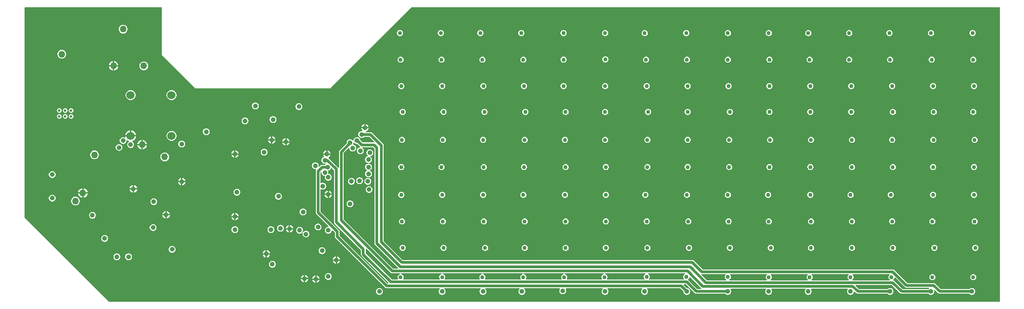
<source format=gbr>
%TF.GenerationSoftware,Altium Limited,Altium Designer,20.1.14 (287)*%
G04 Layer_Physical_Order=3*
G04 Layer_Color=16440176*
%FSLAX26Y26*%
%MOIN*%
%TF.SameCoordinates,7E9A0AC4-0E20-4BBF-80A7-7FB1365180D4*%
%TF.FilePolarity,Positive*%
%TF.FileFunction,Copper,L3,Inr,Signal*%
%TF.Part,Single*%
G01*
G75*
%TA.AperFunction,Conductor*%
%ADD29C,0.020000*%
%TA.AperFunction,ComponentPad*%
%ADD30C,0.035433*%
%ADD31C,0.060000*%
%TA.AperFunction,ViaPad*%
%ADD32C,0.035000*%
%ADD33C,0.019685*%
%ADD34C,0.030000*%
%ADD35C,0.050000*%
G36*
X8830000Y2245000D02*
X2298391Y2245000D01*
X1678393Y2864998D01*
X1676467Y4406462D01*
X1680000Y4410000D01*
X2685000Y4410000D01*
X2685000Y4060000D01*
X2930000Y3815000D01*
X3925000Y3815000D01*
Y3820000D01*
X4515000Y4410000D01*
X8830000Y4410000D01*
X8830000Y2245000D01*
D02*
G37*
%LPC*%
G36*
X2400837Y4282276D02*
X2392483Y4281176D01*
X2384699Y4277952D01*
X2378015Y4272823D01*
X2372885Y4266138D01*
X2369661Y4258354D01*
X2368561Y4250000D01*
X2369661Y4241646D01*
X2372885Y4233862D01*
X2378015Y4227177D01*
X2384699Y4222048D01*
X2392483Y4218824D01*
X2400837Y4217724D01*
X2409191Y4218824D01*
X2416975Y4222048D01*
X2423660Y4227177D01*
X2428789Y4233862D01*
X2432014Y4241646D01*
X2433113Y4250000D01*
X2432014Y4258354D01*
X2428789Y4266138D01*
X2423660Y4272823D01*
X2416975Y4277952D01*
X2409191Y4281176D01*
X2400837Y4282276D01*
D02*
G37*
G36*
X8630769Y4243200D02*
X8622185Y4241493D01*
X8614908Y4236630D01*
X8610046Y4229353D01*
X8608338Y4220769D01*
X8610046Y4212185D01*
X8614908Y4204908D01*
X8622185Y4200046D01*
X8630769Y4198338D01*
X8639353Y4200046D01*
X8646630Y4204908D01*
X8651493Y4212185D01*
X8653200Y4220769D01*
X8651493Y4229353D01*
X8646630Y4236630D01*
X8639353Y4241493D01*
X8630769Y4243200D01*
D02*
G37*
G36*
X8325769D02*
X8317185Y4241493D01*
X8309908Y4236630D01*
X8305046Y4229353D01*
X8303338Y4220769D01*
X8305046Y4212185D01*
X8309908Y4204908D01*
X8317185Y4200046D01*
X8325769Y4198338D01*
X8334353Y4200046D01*
X8341630Y4204908D01*
X8346493Y4212185D01*
X8348200Y4220769D01*
X8346493Y4229353D01*
X8341630Y4236630D01*
X8334353Y4241493D01*
X8325769Y4243200D01*
D02*
G37*
G36*
X8020769D02*
X8012185Y4241493D01*
X8004908Y4236630D01*
X8000046Y4229353D01*
X7998338Y4220769D01*
X8000046Y4212185D01*
X8004908Y4204908D01*
X8012185Y4200046D01*
X8020769Y4198338D01*
X8029353Y4200046D01*
X8036630Y4204908D01*
X8041493Y4212185D01*
X8043200Y4220769D01*
X8041493Y4229353D01*
X8036630Y4236630D01*
X8029353Y4241493D01*
X8020769Y4243200D01*
D02*
G37*
G36*
X7725769D02*
X7717185Y4241493D01*
X7709908Y4236630D01*
X7705046Y4229353D01*
X7703338Y4220769D01*
X7705046Y4212185D01*
X7709908Y4204908D01*
X7717185Y4200046D01*
X7725769Y4198338D01*
X7734353Y4200046D01*
X7741630Y4204908D01*
X7746493Y4212185D01*
X7748200Y4220769D01*
X7746493Y4229353D01*
X7741630Y4236630D01*
X7734353Y4241493D01*
X7725769Y4243200D01*
D02*
G37*
G36*
X7425769D02*
X7417185Y4241493D01*
X7409908Y4236630D01*
X7405046Y4229353D01*
X7403338Y4220769D01*
X7405046Y4212185D01*
X7409908Y4204908D01*
X7417185Y4200046D01*
X7425769Y4198338D01*
X7434353Y4200046D01*
X7441630Y4204908D01*
X7446493Y4212185D01*
X7448200Y4220769D01*
X7446493Y4229353D01*
X7441630Y4236630D01*
X7434353Y4241493D01*
X7425769Y4243200D01*
D02*
G37*
G36*
X7135769D02*
X7127185Y4241493D01*
X7119908Y4236630D01*
X7115046Y4229353D01*
X7113338Y4220769D01*
X7115046Y4212185D01*
X7119908Y4204908D01*
X7127185Y4200046D01*
X7135769Y4198338D01*
X7144353Y4200046D01*
X7151630Y4204908D01*
X7156493Y4212185D01*
X7158200Y4220769D01*
X7156493Y4229353D01*
X7151630Y4236630D01*
X7144353Y4241493D01*
X7135769Y4243200D01*
D02*
G37*
G36*
X6835769D02*
X6827185Y4241493D01*
X6819908Y4236630D01*
X6815046Y4229353D01*
X6813338Y4220769D01*
X6815046Y4212185D01*
X6819908Y4204908D01*
X6827185Y4200046D01*
X6835769Y4198338D01*
X6844353Y4200046D01*
X6851630Y4204908D01*
X6856493Y4212185D01*
X6858200Y4220769D01*
X6856493Y4229353D01*
X6851630Y4236630D01*
X6844353Y4241493D01*
X6835769Y4243200D01*
D02*
G37*
G36*
X6530769D02*
X6522185Y4241493D01*
X6514908Y4236630D01*
X6510046Y4229353D01*
X6508338Y4220769D01*
X6510046Y4212185D01*
X6514908Y4204908D01*
X6522185Y4200046D01*
X6530769Y4198338D01*
X6539353Y4200046D01*
X6546630Y4204908D01*
X6551493Y4212185D01*
X6553200Y4220769D01*
X6551493Y4229353D01*
X6546630Y4236630D01*
X6539353Y4241493D01*
X6530769Y4243200D01*
D02*
G37*
G36*
X6225769D02*
X6217185Y4241493D01*
X6209908Y4236630D01*
X6205046Y4229353D01*
X6203338Y4220769D01*
X6205046Y4212185D01*
X6209908Y4204908D01*
X6217185Y4200046D01*
X6225769Y4198338D01*
X6234353Y4200046D01*
X6241630Y4204908D01*
X6246493Y4212185D01*
X6248200Y4220769D01*
X6246493Y4229353D01*
X6241630Y4236630D01*
X6234353Y4241493D01*
X6225769Y4243200D01*
D02*
G37*
G36*
X5935769D02*
X5927185Y4241493D01*
X5919908Y4236630D01*
X5915046Y4229353D01*
X5913338Y4220769D01*
X5915046Y4212185D01*
X5919908Y4204908D01*
X5927185Y4200046D01*
X5935769Y4198338D01*
X5944353Y4200046D01*
X5951630Y4204908D01*
X5956493Y4212185D01*
X5958200Y4220769D01*
X5956493Y4229353D01*
X5951630Y4236630D01*
X5944353Y4241493D01*
X5935769Y4243200D01*
D02*
G37*
G36*
X5630769D02*
X5622185Y4241493D01*
X5614908Y4236630D01*
X5610046Y4229353D01*
X5608338Y4220769D01*
X5610046Y4212185D01*
X5614908Y4204908D01*
X5622185Y4200046D01*
X5630769Y4198338D01*
X5639353Y4200046D01*
X5646630Y4204908D01*
X5651493Y4212185D01*
X5653200Y4220769D01*
X5651493Y4229353D01*
X5646630Y4236630D01*
X5639353Y4241493D01*
X5630769Y4243200D01*
D02*
G37*
G36*
X5320769D02*
X5312185Y4241493D01*
X5304908Y4236630D01*
X5300046Y4229353D01*
X5298338Y4220769D01*
X5300046Y4212185D01*
X5304908Y4204908D01*
X5312185Y4200046D01*
X5320769Y4198338D01*
X5329353Y4200046D01*
X5336630Y4204908D01*
X5341493Y4212185D01*
X5343200Y4220769D01*
X5341493Y4229353D01*
X5336630Y4236630D01*
X5329353Y4241493D01*
X5320769Y4243200D01*
D02*
G37*
G36*
X5020769D02*
X5012185Y4241493D01*
X5004908Y4236630D01*
X5000046Y4229353D01*
X4998338Y4220769D01*
X5000046Y4212185D01*
X5004908Y4204908D01*
X5012185Y4200046D01*
X5020769Y4198338D01*
X5029353Y4200046D01*
X5036630Y4204908D01*
X5041493Y4212185D01*
X5043200Y4220769D01*
X5041493Y4229353D01*
X5036630Y4236630D01*
X5029353Y4241493D01*
X5020769Y4243200D01*
D02*
G37*
G36*
X4730769D02*
X4722185Y4241493D01*
X4714908Y4236630D01*
X4710046Y4229353D01*
X4708338Y4220769D01*
X4710046Y4212185D01*
X4714908Y4204908D01*
X4722185Y4200046D01*
X4730769Y4198338D01*
X4739353Y4200046D01*
X4746630Y4204908D01*
X4751493Y4212185D01*
X4753200Y4220769D01*
X4751493Y4229353D01*
X4746630Y4236630D01*
X4739353Y4241493D01*
X4730769Y4243200D01*
D02*
G37*
G36*
X4430769D02*
X4422185Y4241493D01*
X4414908Y4236630D01*
X4410046Y4229353D01*
X4408338Y4220769D01*
X4410046Y4212185D01*
X4414908Y4204908D01*
X4422185Y4200046D01*
X4430769Y4198338D01*
X4439353Y4200046D01*
X4446630Y4204908D01*
X4451493Y4212185D01*
X4453200Y4220769D01*
X4451493Y4229353D01*
X4446630Y4236630D01*
X4439353Y4241493D01*
X4430769Y4243200D01*
D02*
G37*
G36*
X1950837Y4097276D02*
X1942484Y4096176D01*
X1934699Y4092952D01*
X1928015Y4087823D01*
X1922885Y4081138D01*
X1919661Y4073354D01*
X1918561Y4065000D01*
X1919661Y4056646D01*
X1922885Y4048862D01*
X1928015Y4042177D01*
X1934699Y4037048D01*
X1942484Y4033824D01*
X1950837Y4032724D01*
X1959191Y4033824D01*
X1966975Y4037048D01*
X1973660Y4042177D01*
X1978789Y4048862D01*
X1982014Y4056646D01*
X1983113Y4065000D01*
X1982014Y4073354D01*
X1978789Y4081138D01*
X1973660Y4087823D01*
X1966975Y4092952D01*
X1959191Y4096176D01*
X1950837Y4097276D01*
D02*
G37*
G36*
X5937682Y4050113D02*
X5929099Y4048406D01*
X5921821Y4043544D01*
X5916959Y4036267D01*
X5915252Y4027682D01*
X5916959Y4019099D01*
X5921821Y4011821D01*
X5929099Y4006959D01*
X5937682Y4005251D01*
X5946266Y4006959D01*
X5953544Y4011821D01*
X5958406Y4019099D01*
X5960114Y4027682D01*
X5958406Y4036267D01*
X5953544Y4043544D01*
X5946266Y4048406D01*
X5937682Y4050113D01*
D02*
G37*
G36*
X8635769Y4048200D02*
X8627185Y4046493D01*
X8619908Y4041630D01*
X8615046Y4034353D01*
X8613338Y4025769D01*
X8615046Y4017185D01*
X8619908Y4009908D01*
X8627185Y4005046D01*
X8635769Y4003338D01*
X8644353Y4005046D01*
X8651630Y4009908D01*
X8656493Y4017185D01*
X8658200Y4025769D01*
X8656493Y4034353D01*
X8651630Y4041630D01*
X8644353Y4046493D01*
X8635769Y4048200D01*
D02*
G37*
G36*
X8330769D02*
X8322185Y4046493D01*
X8314908Y4041630D01*
X8310046Y4034353D01*
X8308338Y4025769D01*
X8310046Y4017185D01*
X8314908Y4009908D01*
X8322185Y4005046D01*
X8330769Y4003338D01*
X8339353Y4005046D01*
X8346630Y4009908D01*
X8351493Y4017185D01*
X8353200Y4025769D01*
X8351493Y4034353D01*
X8346630Y4041630D01*
X8339353Y4046493D01*
X8330769Y4048200D01*
D02*
G37*
G36*
X8025769D02*
X8017185Y4046493D01*
X8009908Y4041630D01*
X8005046Y4034353D01*
X8003338Y4025769D01*
X8005046Y4017185D01*
X8009908Y4009908D01*
X8017185Y4005046D01*
X8025769Y4003338D01*
X8034353Y4005046D01*
X8041630Y4009908D01*
X8046493Y4017185D01*
X8048200Y4025769D01*
X8046493Y4034353D01*
X8041630Y4041630D01*
X8034353Y4046493D01*
X8025769Y4048200D01*
D02*
G37*
G36*
X7725769D02*
X7717185Y4046493D01*
X7709908Y4041630D01*
X7705046Y4034353D01*
X7703338Y4025769D01*
X7705046Y4017185D01*
X7709908Y4009908D01*
X7717185Y4005046D01*
X7725769Y4003338D01*
X7734353Y4005046D01*
X7741630Y4009908D01*
X7746493Y4017185D01*
X7748200Y4025769D01*
X7746493Y4034353D01*
X7741630Y4041630D01*
X7734353Y4046493D01*
X7725769Y4048200D01*
D02*
G37*
G36*
X7435769D02*
X7427185Y4046493D01*
X7419908Y4041630D01*
X7415046Y4034353D01*
X7413338Y4025769D01*
X7415046Y4017185D01*
X7419908Y4009908D01*
X7427185Y4005046D01*
X7435769Y4003338D01*
X7444353Y4005046D01*
X7451630Y4009908D01*
X7456493Y4017185D01*
X7458200Y4025769D01*
X7456493Y4034353D01*
X7451630Y4041630D01*
X7444353Y4046493D01*
X7435769Y4048200D01*
D02*
G37*
G36*
X7140769D02*
X7132185Y4046493D01*
X7124908Y4041630D01*
X7120046Y4034353D01*
X7118338Y4025769D01*
X7120046Y4017185D01*
X7124908Y4009908D01*
X7132185Y4005046D01*
X7140769Y4003338D01*
X7149353Y4005046D01*
X7156630Y4009908D01*
X7161493Y4017185D01*
X7163200Y4025769D01*
X7161493Y4034353D01*
X7156630Y4041630D01*
X7149353Y4046493D01*
X7140769Y4048200D01*
D02*
G37*
G36*
X6835769D02*
X6827185Y4046493D01*
X6819908Y4041630D01*
X6815046Y4034353D01*
X6813338Y4025769D01*
X6815046Y4017185D01*
X6819908Y4009908D01*
X6827185Y4005046D01*
X6835769Y4003338D01*
X6844353Y4005046D01*
X6851630Y4009908D01*
X6856493Y4017185D01*
X6858200Y4025769D01*
X6856493Y4034353D01*
X6851630Y4041630D01*
X6844353Y4046493D01*
X6835769Y4048200D01*
D02*
G37*
G36*
X6535769D02*
X6527185Y4046493D01*
X6519908Y4041630D01*
X6515046Y4034353D01*
X6513338Y4025769D01*
X6515046Y4017185D01*
X6519908Y4009908D01*
X6527185Y4005046D01*
X6535769Y4003338D01*
X6544353Y4005046D01*
X6551630Y4009908D01*
X6556493Y4017185D01*
X6558200Y4025769D01*
X6556493Y4034353D01*
X6551630Y4041630D01*
X6544353Y4046493D01*
X6535769Y4048200D01*
D02*
G37*
G36*
X6235769D02*
X6227185Y4046493D01*
X6219908Y4041630D01*
X6215046Y4034353D01*
X6213338Y4025769D01*
X6215046Y4017185D01*
X6219908Y4009908D01*
X6227185Y4005046D01*
X6235769Y4003338D01*
X6244353Y4005046D01*
X6251630Y4009908D01*
X6256493Y4017185D01*
X6258200Y4025769D01*
X6256493Y4034353D01*
X6251630Y4041630D01*
X6244353Y4046493D01*
X6235769Y4048200D01*
D02*
G37*
G36*
X5630769D02*
X5622185Y4046493D01*
X5614908Y4041630D01*
X5610046Y4034353D01*
X5608338Y4025769D01*
X5610046Y4017185D01*
X5614908Y4009908D01*
X5622185Y4005046D01*
X5630769Y4003338D01*
X5639353Y4005046D01*
X5646630Y4009908D01*
X5651493Y4017185D01*
X5653200Y4025769D01*
X5651493Y4034353D01*
X5646630Y4041630D01*
X5639353Y4046493D01*
X5630769Y4048200D01*
D02*
G37*
G36*
X5335769D02*
X5327185Y4046493D01*
X5319908Y4041630D01*
X5315046Y4034353D01*
X5313338Y4025769D01*
X5315046Y4017185D01*
X5319908Y4009908D01*
X5327185Y4005046D01*
X5335769Y4003338D01*
X5344353Y4005046D01*
X5351630Y4009908D01*
X5356493Y4017185D01*
X5358200Y4025769D01*
X5356493Y4034353D01*
X5351630Y4041630D01*
X5344353Y4046493D01*
X5335769Y4048200D01*
D02*
G37*
G36*
X5035769D02*
X5027185Y4046493D01*
X5019908Y4041630D01*
X5015046Y4034353D01*
X5013338Y4025769D01*
X5015046Y4017185D01*
X5019908Y4009908D01*
X5027185Y4005046D01*
X5035769Y4003338D01*
X5044353Y4005046D01*
X5051630Y4009908D01*
X5056493Y4017185D01*
X5058200Y4025769D01*
X5056493Y4034353D01*
X5051630Y4041630D01*
X5044353Y4046493D01*
X5035769Y4048200D01*
D02*
G37*
G36*
X4735769D02*
X4727185Y4046493D01*
X4719908Y4041630D01*
X4715046Y4034353D01*
X4713338Y4025769D01*
X4715046Y4017185D01*
X4719908Y4009908D01*
X4727185Y4005046D01*
X4735769Y4003338D01*
X4744353Y4005046D01*
X4751630Y4009908D01*
X4756493Y4017185D01*
X4758200Y4025769D01*
X4756493Y4034353D01*
X4751630Y4041630D01*
X4744353Y4046493D01*
X4735769Y4048200D01*
D02*
G37*
G36*
X4435769D02*
X4427185Y4046493D01*
X4419908Y4041630D01*
X4415046Y4034353D01*
X4413338Y4025769D01*
X4415046Y4017185D01*
X4419908Y4009908D01*
X4427185Y4005046D01*
X4435769Y4003338D01*
X4444353Y4005046D01*
X4451630Y4009908D01*
X4456493Y4017185D01*
X4458200Y4025769D01*
X4456493Y4034353D01*
X4451630Y4041630D01*
X4444353Y4046493D01*
X4435769Y4048200D01*
D02*
G37*
G36*
X2335837Y4014644D02*
Y3985000D01*
X2365481D01*
X2364936Y3989137D01*
X2361410Y3997651D01*
X2355800Y4004962D01*
X2348488Y4010572D01*
X2339974Y4014099D01*
X2335837Y4014644D01*
D02*
G37*
G36*
X2325837D02*
X2321700Y4014099D01*
X2313186Y4010572D01*
X2305875Y4004962D01*
X2300265Y3997651D01*
X2296738Y3989137D01*
X2296193Y3985000D01*
X2325837D01*
Y4014644D01*
D02*
G37*
G36*
X2552333Y4012276D02*
X2543979Y4011176D01*
X2536195Y4007952D01*
X2529511Y4002823D01*
X2524381Y3996138D01*
X2521157Y3988354D01*
X2520057Y3980000D01*
X2521157Y3971646D01*
X2524381Y3963862D01*
X2529511Y3957177D01*
X2536195Y3952048D01*
X2543979Y3948824D01*
X2552333Y3947724D01*
X2560687Y3948824D01*
X2568471Y3952048D01*
X2575156Y3957177D01*
X2580285Y3963862D01*
X2583510Y3971646D01*
X2584609Y3980000D01*
X2583510Y3988354D01*
X2580285Y3996138D01*
X2575156Y4002823D01*
X2568471Y4007952D01*
X2560687Y4011176D01*
X2552333Y4012276D01*
D02*
G37*
G36*
X2365481Y3975000D02*
X2335837D01*
Y3945356D01*
X2339974Y3945901D01*
X2348488Y3949428D01*
X2355800Y3955038D01*
X2361410Y3962349D01*
X2364936Y3970863D01*
X2365481Y3975000D01*
D02*
G37*
G36*
X2325837D02*
X2296193D01*
X2296738Y3970863D01*
X2300265Y3962349D01*
X2305875Y3955038D01*
X2313186Y3949428D01*
X2321700Y3945901D01*
X2325837Y3945356D01*
Y3975000D01*
D02*
G37*
G36*
X5042682Y3853863D02*
X5034099Y3852156D01*
X5026821Y3847294D01*
X5021959Y3840017D01*
X5020252Y3831432D01*
X5021959Y3822849D01*
X5026821Y3815571D01*
X5034099Y3810709D01*
X5042682Y3809001D01*
X5051266Y3810709D01*
X5058544Y3815571D01*
X5063406Y3822849D01*
X5065114Y3831432D01*
X5063406Y3840017D01*
X5058544Y3847294D01*
X5051266Y3852156D01*
X5042682Y3853863D01*
D02*
G37*
G36*
X8640769Y3853200D02*
X8632185Y3851493D01*
X8624908Y3846630D01*
X8620046Y3839353D01*
X8618338Y3830769D01*
X8620046Y3822185D01*
X8624908Y3814908D01*
X8632185Y3810046D01*
X8640769Y3808338D01*
X8649353Y3810046D01*
X8656630Y3814908D01*
X8661493Y3822185D01*
X8663200Y3830769D01*
X8661493Y3839353D01*
X8656630Y3846630D01*
X8649353Y3851493D01*
X8640769Y3853200D01*
D02*
G37*
G36*
X8340769D02*
X8332185Y3851493D01*
X8324908Y3846630D01*
X8320046Y3839353D01*
X8318338Y3830769D01*
X8320046Y3822185D01*
X8324908Y3814908D01*
X8332185Y3810046D01*
X8340769Y3808338D01*
X8349353Y3810046D01*
X8356630Y3814908D01*
X8361493Y3822185D01*
X8363200Y3830769D01*
X8361493Y3839353D01*
X8356630Y3846630D01*
X8349353Y3851493D01*
X8340769Y3853200D01*
D02*
G37*
G36*
X8040769D02*
X8032185Y3851493D01*
X8024908Y3846630D01*
X8020046Y3839353D01*
X8018338Y3830769D01*
X8020046Y3822185D01*
X8024908Y3814908D01*
X8032185Y3810046D01*
X8040769Y3808338D01*
X8049353Y3810046D01*
X8056630Y3814908D01*
X8061493Y3822185D01*
X8063200Y3830769D01*
X8061493Y3839353D01*
X8056630Y3846630D01*
X8049353Y3851493D01*
X8040769Y3853200D01*
D02*
G37*
G36*
X7740769D02*
X7732185Y3851493D01*
X7724908Y3846630D01*
X7720046Y3839353D01*
X7718338Y3830769D01*
X7720046Y3822185D01*
X7724908Y3814908D01*
X7732185Y3810046D01*
X7740769Y3808338D01*
X7749353Y3810046D01*
X7756630Y3814908D01*
X7761493Y3822185D01*
X7763200Y3830769D01*
X7761493Y3839353D01*
X7756630Y3846630D01*
X7749353Y3851493D01*
X7740769Y3853200D01*
D02*
G37*
G36*
X7440769D02*
X7432185Y3851493D01*
X7424908Y3846630D01*
X7420046Y3839353D01*
X7418338Y3830769D01*
X7420046Y3822185D01*
X7424908Y3814908D01*
X7432185Y3810046D01*
X7440769Y3808338D01*
X7449353Y3810046D01*
X7456630Y3814908D01*
X7461493Y3822185D01*
X7463200Y3830769D01*
X7461493Y3839353D01*
X7456630Y3846630D01*
X7449353Y3851493D01*
X7440769Y3853200D01*
D02*
G37*
G36*
X7140769D02*
X7132185Y3851493D01*
X7124908Y3846630D01*
X7120046Y3839353D01*
X7118338Y3830769D01*
X7120046Y3822185D01*
X7124908Y3814908D01*
X7132185Y3810046D01*
X7140769Y3808338D01*
X7149353Y3810046D01*
X7156630Y3814908D01*
X7161493Y3822185D01*
X7163200Y3830769D01*
X7161493Y3839353D01*
X7156630Y3846630D01*
X7149353Y3851493D01*
X7140769Y3853200D01*
D02*
G37*
G36*
X6840769D02*
X6832185Y3851493D01*
X6824908Y3846630D01*
X6820046Y3839353D01*
X6818338Y3830769D01*
X6820046Y3822185D01*
X6824908Y3814908D01*
X6832185Y3810046D01*
X6840769Y3808338D01*
X6849353Y3810046D01*
X6856630Y3814908D01*
X6861493Y3822185D01*
X6863200Y3830769D01*
X6861493Y3839353D01*
X6856630Y3846630D01*
X6849353Y3851493D01*
X6840769Y3853200D01*
D02*
G37*
G36*
X6540769D02*
X6532185Y3851493D01*
X6524908Y3846630D01*
X6520046Y3839353D01*
X6518338Y3830769D01*
X6520046Y3822185D01*
X6524908Y3814908D01*
X6532185Y3810046D01*
X6540769Y3808338D01*
X6549353Y3810046D01*
X6556630Y3814908D01*
X6561493Y3822185D01*
X6563200Y3830769D01*
X6561493Y3839353D01*
X6556630Y3846630D01*
X6549353Y3851493D01*
X6540769Y3853200D01*
D02*
G37*
G36*
X6240769D02*
X6232185Y3851493D01*
X6224908Y3846630D01*
X6220046Y3839353D01*
X6218338Y3830769D01*
X6220046Y3822185D01*
X6224908Y3814908D01*
X6232185Y3810046D01*
X6240769Y3808338D01*
X6249353Y3810046D01*
X6256630Y3814908D01*
X6261493Y3822185D01*
X6263200Y3830769D01*
X6261493Y3839353D01*
X6256630Y3846630D01*
X6249353Y3851493D01*
X6240769Y3853200D01*
D02*
G37*
G36*
X5935769D02*
X5927185Y3851493D01*
X5919908Y3846630D01*
X5915046Y3839353D01*
X5913338Y3830769D01*
X5915046Y3822185D01*
X5919908Y3814908D01*
X5927185Y3810046D01*
X5935769Y3808338D01*
X5944353Y3810046D01*
X5951630Y3814908D01*
X5956493Y3822185D01*
X5958200Y3830769D01*
X5956493Y3839353D01*
X5951630Y3846630D01*
X5944353Y3851493D01*
X5935769Y3853200D01*
D02*
G37*
G36*
X5630769D02*
X5622185Y3851493D01*
X5614908Y3846630D01*
X5610046Y3839353D01*
X5608338Y3830769D01*
X5610046Y3822185D01*
X5614908Y3814908D01*
X5622185Y3810046D01*
X5630769Y3808338D01*
X5639353Y3810046D01*
X5646630Y3814908D01*
X5651493Y3822185D01*
X5653200Y3830769D01*
X5651493Y3839353D01*
X5646630Y3846630D01*
X5639353Y3851493D01*
X5630769Y3853200D01*
D02*
G37*
G36*
X5340769D02*
X5332185Y3851493D01*
X5324908Y3846630D01*
X5320046Y3839353D01*
X5318338Y3830769D01*
X5320046Y3822185D01*
X5324908Y3814908D01*
X5332185Y3810046D01*
X5340769Y3808338D01*
X5349353Y3810046D01*
X5356630Y3814908D01*
X5361493Y3822185D01*
X5363200Y3830769D01*
X5361493Y3839353D01*
X5356630Y3846630D01*
X5349353Y3851493D01*
X5340769Y3853200D01*
D02*
G37*
G36*
X4740769D02*
X4732185Y3851493D01*
X4724908Y3846630D01*
X4720046Y3839353D01*
X4718338Y3830769D01*
X4720046Y3822185D01*
X4724908Y3814908D01*
X4732185Y3810046D01*
X4740769Y3808338D01*
X4749353Y3810046D01*
X4756630Y3814908D01*
X4761493Y3822185D01*
X4763200Y3830769D01*
X4761493Y3839353D01*
X4756630Y3846630D01*
X4749353Y3851493D01*
X4740769Y3853200D01*
D02*
G37*
G36*
X4440769Y3852575D02*
X4432185Y3850868D01*
X4424908Y3846005D01*
X4420046Y3838728D01*
X4418338Y3830144D01*
X4420046Y3821560D01*
X4424908Y3814283D01*
X4432185Y3809421D01*
X4440769Y3807713D01*
X4449353Y3809421D01*
X4456630Y3814283D01*
X4461493Y3821560D01*
X4463200Y3830144D01*
X4461493Y3838728D01*
X4456630Y3846005D01*
X4449353Y3850868D01*
X4440769Y3852575D01*
D02*
G37*
G36*
X2755837Y3802319D02*
X2746178Y3801048D01*
X2737178Y3797320D01*
X2729448Y3791389D01*
X2723518Y3783660D01*
X2719789Y3774659D01*
X2718518Y3765000D01*
X2719789Y3755341D01*
X2723518Y3746340D01*
X2729448Y3738611D01*
X2737178Y3732680D01*
X2746178Y3728952D01*
X2755837Y3727681D01*
X2765496Y3728952D01*
X2774497Y3732680D01*
X2782226Y3738611D01*
X2788157Y3746340D01*
X2791885Y3755341D01*
X2793157Y3765000D01*
X2791885Y3774659D01*
X2788157Y3783660D01*
X2782226Y3791389D01*
X2774497Y3797320D01*
X2765496Y3801048D01*
X2755837Y3802319D01*
D02*
G37*
G36*
X2455837D02*
X2446178Y3801048D01*
X2437178Y3797320D01*
X2429448Y3791389D01*
X2423518Y3783660D01*
X2419789Y3774659D01*
X2418518Y3765000D01*
X2419789Y3755341D01*
X2423518Y3746340D01*
X2429448Y3738611D01*
X2437178Y3732680D01*
X2446178Y3728952D01*
X2455837Y3727681D01*
X2465496Y3728952D01*
X2474497Y3732680D01*
X2482226Y3738611D01*
X2488157Y3746340D01*
X2491885Y3755341D01*
X2493157Y3765000D01*
X2491885Y3774659D01*
X2488157Y3783660D01*
X2482226Y3791389D01*
X2474497Y3797320D01*
X2465496Y3801048D01*
X2455837Y3802319D01*
D02*
G37*
G36*
X3370000Y3709980D02*
X3360441Y3708079D01*
X3352336Y3702664D01*
X3346921Y3694559D01*
X3345020Y3685000D01*
X3346921Y3675441D01*
X3352336Y3667336D01*
X3360441Y3661921D01*
X3370000Y3660020D01*
X3379559Y3661921D01*
X3387664Y3667336D01*
X3393079Y3675441D01*
X3394980Y3685000D01*
X3393079Y3694559D01*
X3387664Y3702664D01*
X3379559Y3708079D01*
X3370000Y3709980D01*
D02*
G37*
G36*
X3690000Y3704980D02*
X3680441Y3703079D01*
X3672336Y3697664D01*
X3666921Y3689559D01*
X3665020Y3680000D01*
X3666921Y3670441D01*
X3672336Y3662336D01*
X3680441Y3656921D01*
X3690000Y3655020D01*
X3699559Y3656921D01*
X3707664Y3662336D01*
X3713079Y3670441D01*
X3714980Y3680000D01*
X3713079Y3689559D01*
X3707664Y3697664D01*
X3699559Y3703079D01*
X3690000Y3704980D01*
D02*
G37*
G36*
X2019144Y3668826D02*
X2012573Y3667519D01*
X2007002Y3663796D01*
X2003279Y3658225D01*
X2001972Y3651654D01*
X2003279Y3645082D01*
X2007002Y3639511D01*
X2012573Y3635788D01*
X2019144Y3634481D01*
X2025716Y3635788D01*
X2031287Y3639511D01*
X2035010Y3645082D01*
X2036317Y3651654D01*
X2035010Y3658225D01*
X2031287Y3663796D01*
X2025716Y3667519D01*
X2019144Y3668826D01*
D02*
G37*
G36*
X1975837D02*
X1969266Y3667519D01*
X1963694Y3663796D01*
X1959972Y3658225D01*
X1958665Y3651654D01*
X1959972Y3645082D01*
X1963694Y3639511D01*
X1969266Y3635788D01*
X1975837Y3634481D01*
X1982409Y3635788D01*
X1987980Y3639511D01*
X1991703Y3645082D01*
X1993010Y3651654D01*
X1991703Y3658225D01*
X1987980Y3663796D01*
X1982409Y3667519D01*
X1975837Y3668826D01*
D02*
G37*
G36*
X1932530D02*
X1925958Y3667519D01*
X1920387Y3663796D01*
X1916665Y3658225D01*
X1915358Y3651654D01*
X1916665Y3645082D01*
X1920387Y3639511D01*
X1925958Y3635788D01*
X1932530Y3634481D01*
X1939102Y3635788D01*
X1944673Y3639511D01*
X1948395Y3645082D01*
X1949703Y3651654D01*
X1948395Y3658225D01*
X1944673Y3663796D01*
X1939102Y3667519D01*
X1932530Y3668826D01*
D02*
G37*
G36*
X8635769Y3663200D02*
X8627185Y3661493D01*
X8619908Y3656630D01*
X8615046Y3649353D01*
X8613338Y3640769D01*
X8615046Y3632185D01*
X8619908Y3624908D01*
X8627185Y3620046D01*
X8635769Y3618338D01*
X8644353Y3620046D01*
X8651630Y3624908D01*
X8656493Y3632185D01*
X8658200Y3640769D01*
X8656493Y3649353D01*
X8651630Y3656630D01*
X8644353Y3661493D01*
X8635769Y3663200D01*
D02*
G37*
G36*
X8345769D02*
X8337185Y3661493D01*
X8329908Y3656630D01*
X8325046Y3649353D01*
X8323338Y3640769D01*
X8325046Y3632185D01*
X8329908Y3624908D01*
X8337185Y3620046D01*
X8345769Y3618338D01*
X8354353Y3620046D01*
X8361630Y3624908D01*
X8366493Y3632185D01*
X8368200Y3640769D01*
X8366493Y3649353D01*
X8361630Y3656630D01*
X8354353Y3661493D01*
X8345769Y3663200D01*
D02*
G37*
G36*
X8045769D02*
X8037185Y3661493D01*
X8029908Y3656630D01*
X8025046Y3649353D01*
X8023338Y3640769D01*
X8025046Y3632185D01*
X8029908Y3624908D01*
X8037185Y3620046D01*
X8045769Y3618338D01*
X8054353Y3620046D01*
X8061630Y3624908D01*
X8066493Y3632185D01*
X8068200Y3640769D01*
X8066493Y3649353D01*
X8061630Y3656630D01*
X8054353Y3661493D01*
X8045769Y3663200D01*
D02*
G37*
G36*
X7740769D02*
X7732185Y3661493D01*
X7724908Y3656630D01*
X7720046Y3649353D01*
X7718338Y3640769D01*
X7720046Y3632185D01*
X7724908Y3624908D01*
X7732185Y3620046D01*
X7740769Y3618338D01*
X7749353Y3620046D01*
X7756630Y3624908D01*
X7761493Y3632185D01*
X7763200Y3640769D01*
X7761493Y3649353D01*
X7756630Y3656630D01*
X7749353Y3661493D01*
X7740769Y3663200D01*
D02*
G37*
G36*
X7440769D02*
X7432185Y3661493D01*
X7424908Y3656630D01*
X7420046Y3649353D01*
X7418338Y3640769D01*
X7420046Y3632185D01*
X7424908Y3624908D01*
X7432185Y3620046D01*
X7440769Y3618338D01*
X7449353Y3620046D01*
X7456630Y3624908D01*
X7461493Y3632185D01*
X7463200Y3640769D01*
X7461493Y3649353D01*
X7456630Y3656630D01*
X7449353Y3661493D01*
X7440769Y3663200D01*
D02*
G37*
G36*
X7140769D02*
X7132185Y3661493D01*
X7124908Y3656630D01*
X7120046Y3649353D01*
X7118338Y3640769D01*
X7120046Y3632185D01*
X7124908Y3624908D01*
X7132185Y3620046D01*
X7140769Y3618338D01*
X7149353Y3620046D01*
X7156630Y3624908D01*
X7161493Y3632185D01*
X7163200Y3640769D01*
X7161493Y3649353D01*
X7156630Y3656630D01*
X7149353Y3661493D01*
X7140769Y3663200D01*
D02*
G37*
G36*
X6850769D02*
X6842185Y3661493D01*
X6834908Y3656630D01*
X6830046Y3649353D01*
X6828338Y3640769D01*
X6830046Y3632185D01*
X6834908Y3624908D01*
X6842185Y3620046D01*
X6850769Y3618338D01*
X6859353Y3620046D01*
X6866630Y3624908D01*
X6871493Y3632185D01*
X6873200Y3640769D01*
X6871493Y3649353D01*
X6866630Y3656630D01*
X6859353Y3661493D01*
X6850769Y3663200D01*
D02*
G37*
G36*
X6540769D02*
X6532185Y3661493D01*
X6524908Y3656630D01*
X6520046Y3649353D01*
X6518338Y3640769D01*
X6520046Y3632185D01*
X6524908Y3624908D01*
X6532185Y3620046D01*
X6540769Y3618338D01*
X6549353Y3620046D01*
X6556630Y3624908D01*
X6561493Y3632185D01*
X6563200Y3640769D01*
X6561493Y3649353D01*
X6556630Y3656630D01*
X6549353Y3661493D01*
X6540769Y3663200D01*
D02*
G37*
G36*
X6250769D02*
X6242185Y3661493D01*
X6234908Y3656630D01*
X6230046Y3649353D01*
X6228338Y3640769D01*
X6230046Y3632185D01*
X6234908Y3624908D01*
X6242185Y3620046D01*
X6250769Y3618338D01*
X6259353Y3620046D01*
X6266630Y3624908D01*
X6271493Y3632185D01*
X6273200Y3640769D01*
X6271493Y3649353D01*
X6266630Y3656630D01*
X6259353Y3661493D01*
X6250769Y3663200D01*
D02*
G37*
G36*
X5935769D02*
X5927185Y3661493D01*
X5919908Y3656630D01*
X5915046Y3649353D01*
X5913338Y3640769D01*
X5915046Y3632185D01*
X5919908Y3624908D01*
X5927185Y3620046D01*
X5935769Y3618338D01*
X5944353Y3620046D01*
X5951630Y3624908D01*
X5956493Y3632185D01*
X5958200Y3640769D01*
X5956493Y3649353D01*
X5951630Y3656630D01*
X5944353Y3661493D01*
X5935769Y3663200D01*
D02*
G37*
G36*
X5645769D02*
X5637185Y3661493D01*
X5629908Y3656630D01*
X5625046Y3649353D01*
X5623338Y3640769D01*
X5625046Y3632185D01*
X5629908Y3624908D01*
X5637185Y3620046D01*
X5645769Y3618338D01*
X5654353Y3620046D01*
X5661630Y3624908D01*
X5666493Y3632185D01*
X5668200Y3640769D01*
X5666493Y3649353D01*
X5661630Y3656630D01*
X5654353Y3661493D01*
X5645769Y3663200D01*
D02*
G37*
G36*
X5350769D02*
X5342185Y3661493D01*
X5334908Y3656630D01*
X5330046Y3649353D01*
X5328338Y3640769D01*
X5330046Y3632185D01*
X5334908Y3624908D01*
X5342185Y3620046D01*
X5350769Y3618338D01*
X5359353Y3620046D01*
X5366630Y3624908D01*
X5371493Y3632185D01*
X5373200Y3640769D01*
X5371493Y3649353D01*
X5366630Y3656630D01*
X5359353Y3661493D01*
X5350769Y3663200D01*
D02*
G37*
G36*
X5050769D02*
X5042185Y3661493D01*
X5034908Y3656630D01*
X5030046Y3649353D01*
X5028338Y3640769D01*
X5030046Y3632185D01*
X5034908Y3624908D01*
X5042185Y3620046D01*
X5050769Y3618338D01*
X5059353Y3620046D01*
X5066630Y3624908D01*
X5071493Y3632185D01*
X5073200Y3640769D01*
X5071493Y3649353D01*
X5066630Y3656630D01*
X5059353Y3661493D01*
X5050769Y3663200D01*
D02*
G37*
G36*
X4750769D02*
X4742185Y3661493D01*
X4734908Y3656630D01*
X4730046Y3649353D01*
X4728338Y3640769D01*
X4730046Y3632185D01*
X4734908Y3624908D01*
X4742185Y3620046D01*
X4750769Y3618338D01*
X4759353Y3620046D01*
X4766630Y3624908D01*
X4771493Y3632185D01*
X4773200Y3640769D01*
X4771493Y3649353D01*
X4766630Y3656630D01*
X4759353Y3661493D01*
X4750769Y3663200D01*
D02*
G37*
G36*
X4450769D02*
X4442185Y3661493D01*
X4434908Y3656630D01*
X4430046Y3649353D01*
X4428338Y3640769D01*
X4430046Y3632185D01*
X4434908Y3624908D01*
X4442185Y3620046D01*
X4450769Y3618338D01*
X4459353Y3620046D01*
X4466630Y3624908D01*
X4471493Y3632185D01*
X4473200Y3640769D01*
X4471493Y3649353D01*
X4466630Y3656630D01*
X4459353Y3661493D01*
X4450769Y3663200D01*
D02*
G37*
G36*
X2019144Y3625519D02*
X2012573Y3624212D01*
X2007002Y3620489D01*
X2003279Y3614918D01*
X2001972Y3608347D01*
X2003279Y3601775D01*
X2007002Y3596204D01*
X2012573Y3592481D01*
X2019144Y3591174D01*
X2025716Y3592481D01*
X2031287Y3596204D01*
X2035010Y3601775D01*
X2036317Y3608347D01*
X2035010Y3614918D01*
X2031287Y3620489D01*
X2025716Y3624212D01*
X2019144Y3625519D01*
D02*
G37*
G36*
X1975837D02*
X1969266Y3624212D01*
X1963694Y3620489D01*
X1959972Y3614918D01*
X1958665Y3608347D01*
X1959972Y3601775D01*
X1963694Y3596204D01*
X1969266Y3592481D01*
X1975837Y3591174D01*
X1982409Y3592481D01*
X1987980Y3596204D01*
X1991703Y3601775D01*
X1993010Y3608347D01*
X1991703Y3614918D01*
X1987980Y3620489D01*
X1982409Y3624212D01*
X1975837Y3625519D01*
D02*
G37*
G36*
X1932530D02*
X1925958Y3624212D01*
X1920387Y3620489D01*
X1916665Y3614918D01*
X1915358Y3608347D01*
X1916665Y3601775D01*
X1920387Y3596204D01*
X1925958Y3592481D01*
X1932530Y3591174D01*
X1939102Y3592481D01*
X1944673Y3596204D01*
X1948395Y3601775D01*
X1949703Y3608347D01*
X1948395Y3614918D01*
X1944673Y3620489D01*
X1939102Y3624212D01*
X1932530Y3625519D01*
D02*
G37*
G36*
X3500000Y3609980D02*
X3490441Y3608079D01*
X3482336Y3602664D01*
X3476921Y3594559D01*
X3475020Y3585000D01*
X3476921Y3575441D01*
X3482336Y3567336D01*
X3490441Y3561921D01*
X3500000Y3560020D01*
X3509559Y3561921D01*
X3517664Y3567336D01*
X3523079Y3575441D01*
X3524980Y3585000D01*
X3523079Y3594559D01*
X3517664Y3602664D01*
X3509559Y3608079D01*
X3500000Y3609980D01*
D02*
G37*
G36*
X3295000Y3599980D02*
X3285441Y3598079D01*
X3277336Y3592664D01*
X3271921Y3584559D01*
X3270020Y3575000D01*
X3271921Y3565441D01*
X3277336Y3557336D01*
X3285441Y3551921D01*
X3295000Y3550020D01*
X3304559Y3551921D01*
X3312664Y3557336D01*
X3318079Y3565441D01*
X3319980Y3575000D01*
X3318079Y3584559D01*
X3312664Y3592664D01*
X3304559Y3598079D01*
X3295000Y3599980D01*
D02*
G37*
G36*
X4180000Y3552079D02*
Y3530000D01*
X4202079D01*
X4201792Y3532179D01*
X4199021Y3538869D01*
X4194613Y3544613D01*
X4188869Y3549021D01*
X4182179Y3551792D01*
X4180000Y3552079D01*
D02*
G37*
G36*
X4170000D02*
X4167821Y3551792D01*
X4161131Y3549021D01*
X4155387Y3544613D01*
X4150979Y3538869D01*
X4148208Y3532179D01*
X4147921Y3530000D01*
X4170000D01*
Y3552079D01*
D02*
G37*
G36*
X4202079Y3520000D02*
X4147921D01*
X4148208Y3517821D01*
X4150979Y3511131D01*
X4155387Y3505387D01*
X4157815Y3503523D01*
X4155696Y3498847D01*
X4150000Y3499980D01*
X4140441Y3498079D01*
X4132337Y3492664D01*
X4126922Y3484559D01*
X4125020Y3475000D01*
X4126922Y3465441D01*
X4132337Y3457336D01*
X4140441Y3451921D01*
X4150000Y3450020D01*
X4159559Y3451921D01*
X4167663Y3457336D01*
X4167884Y3457667D01*
X4207820D01*
X4245396Y3420092D01*
X4242933Y3415484D01*
X4239439Y3416179D01*
X4157393D01*
X4139088Y3434483D01*
X4138078Y3439559D01*
X4132663Y3447664D01*
X4124559Y3453079D01*
X4115000Y3454980D01*
X4105441Y3453079D01*
X4097337Y3447664D01*
X4091921Y3439559D01*
X4090120Y3430504D01*
X4088615Y3429707D01*
X4085125Y3428980D01*
X4082664Y3432664D01*
X4074559Y3438079D01*
X4065000Y3439980D01*
X4055441Y3438079D01*
X4047336Y3432664D01*
X4041921Y3424559D01*
X4040020Y3415000D01*
X4040927Y3410440D01*
X3987744Y3357256D01*
X3983986Y3351633D01*
X3982667Y3345000D01*
Y3231700D01*
X3977667Y3230184D01*
X3976756Y3231547D01*
X3976756Y3231547D01*
X3911047Y3297256D01*
X3907155Y3299857D01*
X3907335Y3305343D01*
X3908869Y3305979D01*
X3914613Y3310387D01*
X3919021Y3316131D01*
X3921792Y3322821D01*
X3922079Y3325000D01*
X3867921D01*
X3868208Y3322821D01*
X3870979Y3316131D01*
X3872875Y3313661D01*
X3870801Y3308150D01*
X3870441Y3308079D01*
X3862336Y3302664D01*
X3856921Y3294559D01*
X3855020Y3285000D01*
X3856921Y3275441D01*
X3862336Y3267336D01*
X3870441Y3261921D01*
X3880000Y3260020D01*
X3886189Y3261251D01*
X3888140Y3256541D01*
X3882336Y3252664D01*
X3882116Y3252333D01*
X3860000D01*
X3853367Y3251014D01*
X3847744Y3247256D01*
X3838735Y3238247D01*
X3834127Y3240711D01*
X3834980Y3245000D01*
X3833079Y3254559D01*
X3827664Y3262664D01*
X3819559Y3268079D01*
X3810000Y3269980D01*
X3800441Y3268079D01*
X3792336Y3262664D01*
X3786921Y3254559D01*
X3785020Y3245000D01*
X3786921Y3235441D01*
X3792336Y3227336D01*
X3800441Y3221921D01*
X3810000Y3220020D01*
X3814557Y3220926D01*
X3814918Y3220616D01*
X3817323Y3216379D01*
X3814486Y3212133D01*
X3813167Y3205500D01*
Y2899500D01*
X3814486Y2892867D01*
X3818244Y2887244D01*
X3905995Y2799492D01*
X3903696Y2794721D01*
X3895441Y2793079D01*
X3887336Y2787664D01*
X3881921Y2779559D01*
X3880020Y2770000D01*
X3881921Y2760441D01*
X3887336Y2752336D01*
X3895441Y2746921D01*
X3905000Y2745020D01*
X3914559Y2746921D01*
X3922664Y2752336D01*
X3928079Y2760441D01*
X3929721Y2768696D01*
X3934492Y2770995D01*
X3952667Y2752820D01*
Y2725000D01*
X3953986Y2718367D01*
X3957744Y2712744D01*
X4322743Y2347744D01*
X4322744Y2347744D01*
X4328367Y2343986D01*
X4335000Y2342667D01*
X4335001Y2342667D01*
X4721212D01*
X4722664Y2337882D01*
X4722337Y2337664D01*
X4716922Y2329559D01*
X4715020Y2320000D01*
X4716922Y2310441D01*
X4722337Y2302336D01*
X4730441Y2296921D01*
X4740000Y2295020D01*
X4749559Y2296921D01*
X4757663Y2302336D01*
X4763078Y2310441D01*
X4764980Y2320000D01*
X4763078Y2329559D01*
X4757663Y2337664D01*
X4757336Y2337882D01*
X4758788Y2342667D01*
X5021212D01*
X5022664Y2337882D01*
X5022337Y2337664D01*
X5016922Y2329559D01*
X5015020Y2320000D01*
X5016922Y2310441D01*
X5022337Y2302336D01*
X5030441Y2296921D01*
X5040000Y2295020D01*
X5049559Y2296921D01*
X5057663Y2302336D01*
X5063078Y2310441D01*
X5064980Y2320000D01*
X5063078Y2329559D01*
X5057663Y2337664D01*
X5057336Y2337882D01*
X5058788Y2342667D01*
X5306212D01*
X5307664Y2337882D01*
X5307337Y2337664D01*
X5301922Y2329559D01*
X5300020Y2320000D01*
X5301922Y2310441D01*
X5307337Y2302336D01*
X5315441Y2296921D01*
X5325000Y2295020D01*
X5334559Y2296921D01*
X5342663Y2302336D01*
X5348078Y2310441D01*
X5349980Y2320000D01*
X5348078Y2329559D01*
X5342663Y2337664D01*
X5342336Y2337882D01*
X5343788Y2342667D01*
X5601325D01*
X5603998Y2337667D01*
X5601922Y2334559D01*
X5600020Y2325000D01*
X5601922Y2315441D01*
X5607337Y2307336D01*
X5615441Y2301921D01*
X5625000Y2300020D01*
X5634559Y2301921D01*
X5642663Y2307336D01*
X5648078Y2315441D01*
X5649980Y2325000D01*
X5648078Y2334559D01*
X5646002Y2337667D01*
X5648675Y2342667D01*
X5916212D01*
X5917664Y2337882D01*
X5917337Y2337664D01*
X5911922Y2329559D01*
X5910020Y2320000D01*
X5911922Y2310441D01*
X5917337Y2302336D01*
X5925441Y2296921D01*
X5935000Y2295020D01*
X5944559Y2296921D01*
X5952663Y2302336D01*
X5958078Y2310441D01*
X5959980Y2320000D01*
X5958078Y2329559D01*
X5952663Y2337664D01*
X5952336Y2337882D01*
X5953788Y2342667D01*
X6206212D01*
X6207664Y2337882D01*
X6207337Y2337664D01*
X6201922Y2329559D01*
X6200020Y2320000D01*
X6201922Y2310441D01*
X6207337Y2302336D01*
X6215441Y2296921D01*
X6225000Y2295020D01*
X6234559Y2296921D01*
X6242663Y2302336D01*
X6248078Y2310441D01*
X6249980Y2320000D01*
X6248078Y2329559D01*
X6242663Y2337664D01*
X6242336Y2337882D01*
X6243788Y2342667D01*
X6487820D01*
X6510097Y2320390D01*
X6510020Y2320000D01*
X6511922Y2310441D01*
X6517337Y2302336D01*
X6525441Y2296921D01*
X6535000Y2295020D01*
X6544559Y2296921D01*
X6552663Y2302336D01*
X6558078Y2310441D01*
X6559980Y2320000D01*
X6558078Y2329559D01*
X6552663Y2337664D01*
X6544559Y2343079D01*
X6535000Y2344980D01*
X6534610Y2344903D01*
X6511846Y2367667D01*
X6513917Y2372667D01*
X6527820D01*
X6592743Y2307744D01*
X6592744Y2307744D01*
X6598367Y2303986D01*
X6605000Y2302667D01*
X6817116D01*
X6817337Y2302336D01*
X6825441Y2296921D01*
X6835000Y2295020D01*
X6844559Y2296921D01*
X6852663Y2302336D01*
X6858078Y2310441D01*
X6859980Y2320000D01*
X6858078Y2329559D01*
X6853998Y2335667D01*
X6856483Y2340667D01*
X7113517D01*
X7116002Y2335667D01*
X7111922Y2329559D01*
X7110020Y2320000D01*
X7111922Y2310441D01*
X7117337Y2302336D01*
X7125441Y2296921D01*
X7135000Y2295020D01*
X7144559Y2296921D01*
X7152663Y2302336D01*
X7158078Y2310441D01*
X7159980Y2320000D01*
X7158078Y2329559D01*
X7153998Y2335667D01*
X7156483Y2340667D01*
X7403517D01*
X7406002Y2335667D01*
X7401922Y2329559D01*
X7400020Y2320000D01*
X7401922Y2310441D01*
X7407337Y2302336D01*
X7415441Y2296921D01*
X7425000Y2295020D01*
X7434559Y2296921D01*
X7442663Y2302336D01*
X7448078Y2310441D01*
X7449980Y2320000D01*
X7448078Y2329559D01*
X7443998Y2335667D01*
X7446483Y2340667D01*
X7713517D01*
X7716002Y2335667D01*
X7711922Y2329559D01*
X7710020Y2320000D01*
X7711922Y2310441D01*
X7717337Y2302336D01*
X7725441Y2296921D01*
X7735000Y2295020D01*
X7744559Y2296921D01*
X7752663Y2302336D01*
X7758078Y2310441D01*
X7759721Y2318696D01*
X7764492Y2320995D01*
X7777744Y2307744D01*
X7783367Y2303986D01*
X7790000Y2302667D01*
X8007116D01*
X8007337Y2302336D01*
X8015441Y2296921D01*
X8025000Y2295020D01*
X8034559Y2296921D01*
X8042663Y2302336D01*
X8048078Y2310441D01*
X8049980Y2320000D01*
X8048078Y2329559D01*
X8042663Y2337664D01*
X8034559Y2343079D01*
X8025000Y2344980D01*
X8015441Y2343079D01*
X8007337Y2337664D01*
X8007116Y2337333D01*
X7797180D01*
X7771465Y2363048D01*
X7773378Y2367667D01*
X8037820D01*
X8097744Y2307744D01*
X8103367Y2303986D01*
X8110000Y2302667D01*
X8307116D01*
X8307336Y2302336D01*
X8315441Y2296921D01*
X8325000Y2295020D01*
X8334559Y2296921D01*
X8342664Y2302336D01*
X8348078Y2310441D01*
X8349980Y2320000D01*
X8348078Y2329559D01*
X8346511Y2331905D01*
X8350395Y2335093D01*
X8377744Y2307744D01*
X8383367Y2303986D01*
X8390000Y2302667D01*
X8607116D01*
X8607336Y2302336D01*
X8615441Y2296921D01*
X8625000Y2295020D01*
X8634559Y2296921D01*
X8642664Y2302336D01*
X8648078Y2310441D01*
X8649980Y2320000D01*
X8648078Y2329559D01*
X8642664Y2337664D01*
X8634559Y2343079D01*
X8625000Y2344980D01*
X8615441Y2343079D01*
X8607336Y2337664D01*
X8607116Y2337333D01*
X8397180D01*
X8357256Y2377256D01*
X8351633Y2381014D01*
X8345000Y2382333D01*
X8152180D01*
X8057256Y2477256D01*
X8051633Y2481014D01*
X8045000Y2482333D01*
X6652180D01*
X6587256Y2547256D01*
X6581633Y2551014D01*
X6575000Y2552333D01*
X4452180D01*
X4312333Y2692180D01*
Y3395000D01*
X4311014Y3401633D01*
X4307256Y3407256D01*
X4227256Y3487256D01*
X4221633Y3491014D01*
X4215000Y3492333D01*
X4179149D01*
X4178743Y3492712D01*
X4180429Y3497977D01*
X4182179Y3498208D01*
X4188869Y3500979D01*
X4194613Y3505387D01*
X4199021Y3511131D01*
X4201792Y3517821D01*
X4202079Y3520000D01*
D02*
G37*
G36*
X3010000Y3519980D02*
X3000441Y3518079D01*
X2992336Y3512664D01*
X2986921Y3504559D01*
X2985020Y3495000D01*
X2986921Y3485441D01*
X2992336Y3477336D01*
X3000441Y3471921D01*
X3010000Y3470020D01*
X3019559Y3471921D01*
X3027664Y3477336D01*
X3033079Y3485441D01*
X3034980Y3495000D01*
X3033079Y3504559D01*
X3027664Y3512664D01*
X3019559Y3518079D01*
X3010000Y3519980D01*
D02*
G37*
G36*
X2460837Y3504687D02*
Y3470000D01*
X2495524D01*
X2494808Y3475442D01*
X2490777Y3485173D01*
X2484366Y3493528D01*
X2476010Y3499940D01*
X2466279Y3503970D01*
X2460837Y3504687D01*
D02*
G37*
G36*
X2450837D02*
X2445395Y3503970D01*
X2435665Y3499940D01*
X2427309Y3493528D01*
X2420897Y3485173D01*
X2416867Y3475442D01*
X2416150Y3470000D01*
X2450837D01*
Y3504687D01*
D02*
G37*
G36*
X2495524Y3460000D02*
X2455837D01*
X2416150D01*
X2416836Y3454789D01*
X2416314Y3454156D01*
X2412707Y3451535D01*
X2410397Y3453079D01*
X2400837Y3454980D01*
X2391278Y3453079D01*
X2383174Y3447664D01*
X2377759Y3439559D01*
X2375857Y3430000D01*
X2377759Y3420441D01*
X2383174Y3412336D01*
X2391278Y3406921D01*
X2400837Y3405020D01*
X2410397Y3406921D01*
X2418501Y3412336D01*
X2423916Y3420441D01*
X2425817Y3430000D01*
X2425509Y3431550D01*
X2430046Y3434372D01*
X2435665Y3430060D01*
X2443111Y3426976D01*
X2443781Y3421410D01*
X2438174Y3417664D01*
X2432759Y3409559D01*
X2430857Y3400000D01*
X2432759Y3390441D01*
X2438174Y3382336D01*
X2446278Y3376921D01*
X2455837Y3375020D01*
X2465397Y3376921D01*
X2473501Y3382336D01*
X2478916Y3390441D01*
X2480817Y3400000D01*
X2478916Y3409559D01*
X2473501Y3417664D01*
X2467894Y3421410D01*
X2468564Y3426976D01*
X2476010Y3430060D01*
X2484366Y3436472D01*
X2490777Y3444827D01*
X2494808Y3454558D01*
X2495524Y3460000D01*
D02*
G37*
G36*
X3495000Y3462079D02*
Y3440000D01*
X3517079D01*
X3516792Y3442179D01*
X3514021Y3448869D01*
X3509613Y3454613D01*
X3503869Y3459021D01*
X3497179Y3461792D01*
X3495000Y3462079D01*
D02*
G37*
G36*
X3485000D02*
X3482821Y3461792D01*
X3476131Y3459021D01*
X3470387Y3454613D01*
X3465979Y3448869D01*
X3463208Y3442179D01*
X3462921Y3440000D01*
X3485000D01*
Y3462079D01*
D02*
G37*
G36*
X2755837Y3502319D02*
X2746178Y3501048D01*
X2737178Y3497320D01*
X2729448Y3491389D01*
X2723518Y3483660D01*
X2719789Y3474659D01*
X2718518Y3465000D01*
X2719789Y3455341D01*
X2723518Y3446340D01*
X2729448Y3438611D01*
X2737178Y3432680D01*
X2746178Y3428952D01*
X2755837Y3427681D01*
X2765496Y3428952D01*
X2774497Y3432680D01*
X2782226Y3438611D01*
X2788157Y3446340D01*
X2791885Y3455341D01*
X2793157Y3465000D01*
X2791885Y3474659D01*
X2788157Y3483660D01*
X2782226Y3491389D01*
X2774497Y3497320D01*
X2765496Y3501048D01*
X2755837Y3502319D01*
D02*
G37*
G36*
X3600000Y3447079D02*
Y3425000D01*
X3622079D01*
X3621792Y3427179D01*
X3619021Y3433869D01*
X3614613Y3439613D01*
X3608869Y3444021D01*
X3602179Y3446792D01*
X3600000Y3447079D01*
D02*
G37*
G36*
X3590000D02*
X3587821Y3446792D01*
X3581131Y3444021D01*
X3575387Y3439613D01*
X3570979Y3433869D01*
X3568208Y3427179D01*
X3567921Y3425000D01*
X3590000D01*
Y3447079D01*
D02*
G37*
G36*
X8645769Y3458200D02*
X8637185Y3456493D01*
X8629908Y3451630D01*
X8625046Y3444353D01*
X8623338Y3435769D01*
X8625046Y3427185D01*
X8629908Y3419908D01*
X8637185Y3415046D01*
X8645769Y3413338D01*
X8654353Y3415046D01*
X8661630Y3419908D01*
X8666493Y3427185D01*
X8668200Y3435769D01*
X8666493Y3444353D01*
X8661630Y3451630D01*
X8654353Y3456493D01*
X8645769Y3458200D01*
D02*
G37*
G36*
X8343269D02*
X8334685Y3456493D01*
X8327408Y3451630D01*
X8322546Y3444353D01*
X8320838Y3435769D01*
X8322546Y3427185D01*
X8327408Y3419908D01*
X8334685Y3415046D01*
X8343269Y3413338D01*
X8351853Y3415046D01*
X8359130Y3419908D01*
X8363993Y3427185D01*
X8365700Y3435769D01*
X8363993Y3444353D01*
X8359130Y3451630D01*
X8351853Y3456493D01*
X8343269Y3458200D01*
D02*
G37*
G36*
X8040769D02*
X8032185Y3456493D01*
X8024908Y3451630D01*
X8020046Y3444353D01*
X8018338Y3435769D01*
X8020046Y3427185D01*
X8024908Y3419908D01*
X8032185Y3415046D01*
X8040769Y3413338D01*
X8049353Y3415046D01*
X8056630Y3419908D01*
X8061493Y3427185D01*
X8063200Y3435769D01*
X8061493Y3444353D01*
X8056630Y3451630D01*
X8049353Y3456493D01*
X8040769Y3458200D01*
D02*
G37*
G36*
X7745769D02*
X7737185Y3456493D01*
X7729908Y3451630D01*
X7725046Y3444353D01*
X7723338Y3435769D01*
X7725046Y3427185D01*
X7729908Y3419908D01*
X7737185Y3415046D01*
X7745769Y3413338D01*
X7754353Y3415046D01*
X7761630Y3419908D01*
X7766493Y3427185D01*
X7768200Y3435769D01*
X7766493Y3444353D01*
X7761630Y3451630D01*
X7754353Y3456493D01*
X7745769Y3458200D01*
D02*
G37*
G36*
X7445769D02*
X7437185Y3456493D01*
X7429908Y3451630D01*
X7425046Y3444353D01*
X7423338Y3435769D01*
X7425046Y3427185D01*
X7429908Y3419908D01*
X7437185Y3415046D01*
X7445769Y3413338D01*
X7454353Y3415046D01*
X7461630Y3419908D01*
X7466493Y3427185D01*
X7468200Y3435769D01*
X7466493Y3444353D01*
X7461630Y3451630D01*
X7454353Y3456493D01*
X7445769Y3458200D01*
D02*
G37*
G36*
X7145769D02*
X7137185Y3456493D01*
X7129908Y3451630D01*
X7125046Y3444353D01*
X7123338Y3435769D01*
X7125046Y3427185D01*
X7129908Y3419908D01*
X7137185Y3415046D01*
X7145769Y3413338D01*
X7154353Y3415046D01*
X7161630Y3419908D01*
X7166493Y3427185D01*
X7168200Y3435769D01*
X7166493Y3444353D01*
X7161630Y3451630D01*
X7154353Y3456493D01*
X7145769Y3458200D01*
D02*
G37*
G36*
X6845769D02*
X6837185Y3456493D01*
X6829908Y3451630D01*
X6825046Y3444353D01*
X6823338Y3435769D01*
X6825046Y3427185D01*
X6829908Y3419908D01*
X6837185Y3415046D01*
X6845769Y3413338D01*
X6854353Y3415046D01*
X6861630Y3419908D01*
X6866493Y3427185D01*
X6868200Y3435769D01*
X6866493Y3444353D01*
X6861630Y3451630D01*
X6854353Y3456493D01*
X6845769Y3458200D01*
D02*
G37*
G36*
X6540769D02*
X6532185Y3456493D01*
X6524908Y3451630D01*
X6520046Y3444353D01*
X6518338Y3435769D01*
X6520046Y3427185D01*
X6524908Y3419908D01*
X6532185Y3415046D01*
X6540769Y3413338D01*
X6549353Y3415046D01*
X6556630Y3419908D01*
X6561493Y3427185D01*
X6563200Y3435769D01*
X6561493Y3444353D01*
X6556630Y3451630D01*
X6549353Y3456493D01*
X6540769Y3458200D01*
D02*
G37*
G36*
X6245769D02*
X6237185Y3456493D01*
X6229908Y3451630D01*
X6225046Y3444353D01*
X6223338Y3435769D01*
X6225046Y3427185D01*
X6229908Y3419908D01*
X6237185Y3415046D01*
X6245769Y3413338D01*
X6254353Y3415046D01*
X6261630Y3419908D01*
X6266493Y3427185D01*
X6268200Y3435769D01*
X6266493Y3444353D01*
X6261630Y3451630D01*
X6254353Y3456493D01*
X6245769Y3458200D01*
D02*
G37*
G36*
X5935769D02*
X5927185Y3456493D01*
X5919908Y3451630D01*
X5915046Y3444353D01*
X5913338Y3435769D01*
X5915046Y3427185D01*
X5919908Y3419908D01*
X5927185Y3415046D01*
X5935769Y3413338D01*
X5944353Y3415046D01*
X5951630Y3419908D01*
X5956493Y3427185D01*
X5958200Y3435769D01*
X5956493Y3444353D01*
X5951630Y3451630D01*
X5944353Y3456493D01*
X5935769Y3458200D01*
D02*
G37*
G36*
X5640769D02*
X5632185Y3456493D01*
X5624908Y3451630D01*
X5620046Y3444353D01*
X5618338Y3435769D01*
X5620046Y3427185D01*
X5624908Y3419908D01*
X5632185Y3415046D01*
X5640769Y3413338D01*
X5649353Y3415046D01*
X5656630Y3419908D01*
X5661493Y3427185D01*
X5663200Y3435769D01*
X5661493Y3444353D01*
X5656630Y3451630D01*
X5649353Y3456493D01*
X5640769Y3458200D01*
D02*
G37*
G36*
X5345769D02*
X5337185Y3456493D01*
X5329908Y3451630D01*
X5325046Y3444353D01*
X5323338Y3435769D01*
X5325046Y3427185D01*
X5329908Y3419908D01*
X5337185Y3415046D01*
X5345769Y3413338D01*
X5354353Y3415046D01*
X5361630Y3419908D01*
X5366493Y3427185D01*
X5368200Y3435769D01*
X5366493Y3444353D01*
X5361630Y3451630D01*
X5354353Y3456493D01*
X5345769Y3458200D01*
D02*
G37*
G36*
X5040769D02*
X5032185Y3456493D01*
X5024908Y3451630D01*
X5020046Y3444353D01*
X5018338Y3435769D01*
X5020046Y3427185D01*
X5024908Y3419908D01*
X5032185Y3415046D01*
X5040769Y3413338D01*
X5049353Y3415046D01*
X5056630Y3419908D01*
X5061493Y3427185D01*
X5063200Y3435769D01*
X5061493Y3444353D01*
X5056630Y3451630D01*
X5049353Y3456493D01*
X5040769Y3458200D01*
D02*
G37*
G36*
X4745769D02*
X4737185Y3456493D01*
X4729908Y3451630D01*
X4725046Y3444353D01*
X4723338Y3435769D01*
X4725046Y3427185D01*
X4729908Y3419908D01*
X4737185Y3415046D01*
X4745769Y3413338D01*
X4754353Y3415046D01*
X4761630Y3419908D01*
X4766493Y3427185D01*
X4768200Y3435769D01*
X4766493Y3444353D01*
X4761630Y3451630D01*
X4754353Y3456493D01*
X4745769Y3458200D01*
D02*
G37*
G36*
X4445769D02*
X4437185Y3456493D01*
X4429908Y3451630D01*
X4425046Y3444353D01*
X4423338Y3435769D01*
X4425046Y3427185D01*
X4429908Y3419908D01*
X4437185Y3415046D01*
X4445769Y3413338D01*
X4454353Y3415046D01*
X4461630Y3419908D01*
X4466493Y3427185D01*
X4468200Y3435769D01*
X4466493Y3444353D01*
X4461630Y3451630D01*
X4454353Y3456493D01*
X4445769Y3458200D01*
D02*
G37*
G36*
X3517079Y3430000D02*
X3495000D01*
Y3407921D01*
X3497179Y3408208D01*
X3503869Y3410979D01*
X3509613Y3415387D01*
X3514021Y3421131D01*
X3516792Y3427821D01*
X3517079Y3430000D01*
D02*
G37*
G36*
X3485000D02*
X3462921D01*
X3463208Y3427821D01*
X3465979Y3421131D01*
X3470387Y3415387D01*
X3476131Y3410979D01*
X3482821Y3408208D01*
X3485000Y3407921D01*
Y3430000D01*
D02*
G37*
G36*
X2545000Y3434644D02*
Y3405000D01*
X2574644D01*
X2574099Y3409137D01*
X2570572Y3417651D01*
X2564962Y3424962D01*
X2557651Y3430572D01*
X2549137Y3434099D01*
X2545000Y3434644D01*
D02*
G37*
G36*
X2535000D02*
X2530863Y3434099D01*
X2522349Y3430572D01*
X2515038Y3424962D01*
X2509428Y3417651D01*
X2505901Y3409137D01*
X2505356Y3405000D01*
X2535000D01*
Y3434644D01*
D02*
G37*
G36*
X3622079Y3415000D02*
X3600000D01*
Y3392921D01*
X3602179Y3393208D01*
X3608869Y3395979D01*
X3614613Y3400387D01*
X3619021Y3406131D01*
X3621792Y3412821D01*
X3622079Y3415000D01*
D02*
G37*
G36*
X3590000D02*
X3567921D01*
X3568208Y3412821D01*
X3570979Y3406131D01*
X3575387Y3400387D01*
X3581131Y3395979D01*
X3587821Y3393208D01*
X3590000Y3392921D01*
Y3415000D01*
D02*
G37*
G36*
X2830000Y3429980D02*
X2820441Y3428079D01*
X2812336Y3422664D01*
X2806921Y3414559D01*
X2805020Y3405000D01*
X2806921Y3395441D01*
X2812336Y3387336D01*
X2820441Y3381921D01*
X2830000Y3380020D01*
X2839559Y3381921D01*
X2847664Y3387336D01*
X2853079Y3395441D01*
X2854980Y3405000D01*
X2853079Y3414559D01*
X2847664Y3422664D01*
X2839559Y3428079D01*
X2830000Y3429980D01*
D02*
G37*
G36*
X2574644Y3395000D02*
X2545000D01*
Y3365356D01*
X2549137Y3365901D01*
X2557651Y3369428D01*
X2564962Y3375038D01*
X2570572Y3382349D01*
X2574099Y3390863D01*
X2574644Y3395000D01*
D02*
G37*
G36*
X2535000D02*
X2505356D01*
X2505901Y3390863D01*
X2509428Y3382349D01*
X2515038Y3375038D01*
X2522349Y3369428D01*
X2530863Y3365901D01*
X2535000Y3365356D01*
Y3395000D01*
D02*
G37*
G36*
X2370885Y3404016D02*
X2361325Y3402114D01*
X2353221Y3396699D01*
X2347806Y3388595D01*
X2345905Y3379036D01*
X2347806Y3369477D01*
X2353221Y3361372D01*
X2361325Y3355957D01*
X2370885Y3354056D01*
X2380444Y3355957D01*
X2388548Y3361372D01*
X2393963Y3369477D01*
X2395865Y3379036D01*
X2393963Y3388595D01*
X2388548Y3396699D01*
X2380444Y3402114D01*
X2370885Y3404016D01*
D02*
G37*
G36*
X3900000Y3357079D02*
Y3335000D01*
X3922079D01*
X3921792Y3337179D01*
X3919021Y3343869D01*
X3914613Y3349613D01*
X3908869Y3354021D01*
X3902179Y3356792D01*
X3900000Y3357079D01*
D02*
G37*
G36*
X3890000D02*
X3887821Y3356792D01*
X3881131Y3354021D01*
X3875387Y3349613D01*
X3870979Y3343869D01*
X3868208Y3337179D01*
X3867921Y3335000D01*
X3890000D01*
Y3357079D01*
D02*
G37*
G36*
X3225000D02*
Y3335000D01*
X3247079D01*
X3246792Y3337179D01*
X3244021Y3343869D01*
X3239613Y3349613D01*
X3233869Y3354021D01*
X3227179Y3356792D01*
X3225000Y3357079D01*
D02*
G37*
G36*
X3215000D02*
X3212821Y3356792D01*
X3206131Y3354021D01*
X3200387Y3349613D01*
X3195979Y3343869D01*
X3193208Y3337179D01*
X3192921Y3335000D01*
X3215000D01*
Y3357079D01*
D02*
G37*
G36*
X3435000Y3369980D02*
X3425441Y3368079D01*
X3417336Y3362664D01*
X3411921Y3354559D01*
X3410020Y3345000D01*
X3411921Y3335441D01*
X3417336Y3327336D01*
X3425441Y3321921D01*
X3435000Y3320020D01*
X3444559Y3321921D01*
X3452664Y3327336D01*
X3458079Y3335441D01*
X3459980Y3345000D01*
X3458079Y3354559D01*
X3452664Y3362664D01*
X3444559Y3368079D01*
X3435000Y3369980D01*
D02*
G37*
G36*
X3247079Y3325000D02*
X3225000D01*
Y3302921D01*
X3227179Y3303208D01*
X3233869Y3305979D01*
X3239613Y3310387D01*
X3244021Y3316131D01*
X3246792Y3322821D01*
X3247079Y3325000D01*
D02*
G37*
G36*
X3215000D02*
X3192921D01*
X3193208Y3322821D01*
X3195979Y3316131D01*
X3200387Y3310387D01*
X3206131Y3305979D01*
X3212821Y3303208D01*
X3215000Y3302921D01*
Y3325000D01*
D02*
G37*
G36*
X2190837Y3357276D02*
X2182483Y3356176D01*
X2174699Y3352952D01*
X2168015Y3347823D01*
X2162885Y3341138D01*
X2159661Y3333354D01*
X2158561Y3325000D01*
X2159661Y3316646D01*
X2162885Y3308862D01*
X2168015Y3302177D01*
X2174699Y3297048D01*
X2182483Y3293824D01*
X2190837Y3292724D01*
X2199191Y3293824D01*
X2206975Y3297048D01*
X2213660Y3302177D01*
X2218789Y3308862D01*
X2222014Y3316646D01*
X2223113Y3325000D01*
X2222014Y3333354D01*
X2218789Y3341138D01*
X2213660Y3347823D01*
X2206975Y3352952D01*
X2199191Y3356176D01*
X2190837Y3357276D01*
D02*
G37*
G36*
X2705837Y3342276D02*
X2697483Y3341176D01*
X2689699Y3337952D01*
X2683015Y3332823D01*
X2677885Y3326138D01*
X2674661Y3318354D01*
X2673561Y3310000D01*
X2674661Y3301646D01*
X2677885Y3293862D01*
X2683015Y3287177D01*
X2689699Y3282048D01*
X2697483Y3278824D01*
X2705837Y3277724D01*
X2714191Y3278824D01*
X2721975Y3282048D01*
X2728660Y3287177D01*
X2733789Y3293862D01*
X2737014Y3301646D01*
X2738113Y3310000D01*
X2737014Y3318354D01*
X2733789Y3326138D01*
X2728660Y3332823D01*
X2721975Y3337952D01*
X2714191Y3341176D01*
X2705837Y3342276D01*
D02*
G37*
G36*
X8640769Y3258200D02*
X8632185Y3256493D01*
X8624908Y3251630D01*
X8620046Y3244353D01*
X8618338Y3235769D01*
X8620046Y3227185D01*
X8624908Y3219908D01*
X8632185Y3215046D01*
X8640769Y3213338D01*
X8649353Y3215046D01*
X8656630Y3219908D01*
X8661493Y3227185D01*
X8663200Y3235769D01*
X8661493Y3244353D01*
X8656630Y3251630D01*
X8649353Y3256493D01*
X8640769Y3258200D01*
D02*
G37*
G36*
X8340769D02*
X8332185Y3256493D01*
X8324908Y3251630D01*
X8320046Y3244353D01*
X8318338Y3235769D01*
X8320046Y3227185D01*
X8324908Y3219908D01*
X8332185Y3215046D01*
X8340769Y3213338D01*
X8349353Y3215046D01*
X8356630Y3219908D01*
X8361493Y3227185D01*
X8363200Y3235769D01*
X8361493Y3244353D01*
X8356630Y3251630D01*
X8349353Y3256493D01*
X8340769Y3258200D01*
D02*
G37*
G36*
X8045769D02*
X8037185Y3256493D01*
X8029908Y3251630D01*
X8025046Y3244353D01*
X8023338Y3235769D01*
X8025046Y3227185D01*
X8029908Y3219908D01*
X8037185Y3215046D01*
X8045769Y3213338D01*
X8054353Y3215046D01*
X8061630Y3219908D01*
X8066493Y3227185D01*
X8068200Y3235769D01*
X8066493Y3244353D01*
X8061630Y3251630D01*
X8054353Y3256493D01*
X8045769Y3258200D01*
D02*
G37*
G36*
X7745769D02*
X7737185Y3256493D01*
X7729908Y3251630D01*
X7725046Y3244353D01*
X7723338Y3235769D01*
X7725046Y3227185D01*
X7729908Y3219908D01*
X7737185Y3215046D01*
X7745769Y3213338D01*
X7754353Y3215046D01*
X7761630Y3219908D01*
X7766493Y3227185D01*
X7768200Y3235769D01*
X7766493Y3244353D01*
X7761630Y3251630D01*
X7754353Y3256493D01*
X7745769Y3258200D01*
D02*
G37*
G36*
X7440769D02*
X7432185Y3256493D01*
X7424908Y3251630D01*
X7420046Y3244353D01*
X7418338Y3235769D01*
X7420046Y3227185D01*
X7424908Y3219908D01*
X7432185Y3215046D01*
X7440769Y3213338D01*
X7449353Y3215046D01*
X7456630Y3219908D01*
X7461493Y3227185D01*
X7463200Y3235769D01*
X7461493Y3244353D01*
X7456630Y3251630D01*
X7449353Y3256493D01*
X7440769Y3258200D01*
D02*
G37*
G36*
X7140769D02*
X7132185Y3256493D01*
X7124908Y3251630D01*
X7120046Y3244353D01*
X7118338Y3235769D01*
X7120046Y3227185D01*
X7124908Y3219908D01*
X7132185Y3215046D01*
X7140769Y3213338D01*
X7149353Y3215046D01*
X7156630Y3219908D01*
X7161493Y3227185D01*
X7163200Y3235769D01*
X7161493Y3244353D01*
X7156630Y3251630D01*
X7149353Y3256493D01*
X7140769Y3258200D01*
D02*
G37*
G36*
X6845769D02*
X6837185Y3256493D01*
X6829908Y3251630D01*
X6825046Y3244353D01*
X6823338Y3235769D01*
X6825046Y3227185D01*
X6829908Y3219908D01*
X6837185Y3215046D01*
X6845769Y3213338D01*
X6854353Y3215046D01*
X6861630Y3219908D01*
X6866493Y3227185D01*
X6868200Y3235769D01*
X6866493Y3244353D01*
X6861630Y3251630D01*
X6854353Y3256493D01*
X6845769Y3258200D01*
D02*
G37*
G36*
X6540769D02*
X6532185Y3256493D01*
X6524908Y3251630D01*
X6520046Y3244353D01*
X6518338Y3235769D01*
X6520046Y3227185D01*
X6524908Y3219908D01*
X6532185Y3215046D01*
X6540769Y3213338D01*
X6549353Y3215046D01*
X6556630Y3219908D01*
X6561493Y3227185D01*
X6563200Y3235769D01*
X6561493Y3244353D01*
X6556630Y3251630D01*
X6549353Y3256493D01*
X6540769Y3258200D01*
D02*
G37*
G36*
X6245769D02*
X6237185Y3256493D01*
X6229908Y3251630D01*
X6225046Y3244353D01*
X6223338Y3235769D01*
X6225046Y3227185D01*
X6229908Y3219908D01*
X6237185Y3215046D01*
X6245769Y3213338D01*
X6254353Y3215046D01*
X6261630Y3219908D01*
X6266493Y3227185D01*
X6268200Y3235769D01*
X6266493Y3244353D01*
X6261630Y3251630D01*
X6254353Y3256493D01*
X6245769Y3258200D01*
D02*
G37*
G36*
X5940769D02*
X5932185Y3256493D01*
X5924908Y3251630D01*
X5920046Y3244353D01*
X5918338Y3235769D01*
X5920046Y3227185D01*
X5924908Y3219908D01*
X5932185Y3215046D01*
X5940769Y3213338D01*
X5949353Y3215046D01*
X5956630Y3219908D01*
X5961493Y3227185D01*
X5963200Y3235769D01*
X5961493Y3244353D01*
X5956630Y3251630D01*
X5949353Y3256493D01*
X5940769Y3258200D01*
D02*
G37*
G36*
X5645769D02*
X5637185Y3256493D01*
X5629908Y3251630D01*
X5625046Y3244353D01*
X5623338Y3235769D01*
X5625046Y3227185D01*
X5629908Y3219908D01*
X5637185Y3215046D01*
X5645769Y3213338D01*
X5654353Y3215046D01*
X5661630Y3219908D01*
X5666493Y3227185D01*
X5668200Y3235769D01*
X5666493Y3244353D01*
X5661630Y3251630D01*
X5654353Y3256493D01*
X5645769Y3258200D01*
D02*
G37*
G36*
X5340769D02*
X5332185Y3256493D01*
X5324908Y3251630D01*
X5320046Y3244353D01*
X5318338Y3235769D01*
X5320046Y3227185D01*
X5324908Y3219908D01*
X5332185Y3215046D01*
X5340769Y3213338D01*
X5349353Y3215046D01*
X5356630Y3219908D01*
X5361493Y3227185D01*
X5363200Y3235769D01*
X5361493Y3244353D01*
X5356630Y3251630D01*
X5349353Y3256493D01*
X5340769Y3258200D01*
D02*
G37*
G36*
X5045769D02*
X5037185Y3256493D01*
X5029908Y3251630D01*
X5025046Y3244353D01*
X5023338Y3235769D01*
X5025046Y3227185D01*
X5029908Y3219908D01*
X5037185Y3215046D01*
X5045769Y3213338D01*
X5054353Y3215046D01*
X5061630Y3219908D01*
X5066493Y3227185D01*
X5068200Y3235769D01*
X5066493Y3244353D01*
X5061630Y3251630D01*
X5054353Y3256493D01*
X5045769Y3258200D01*
D02*
G37*
G36*
X4735769D02*
X4727185Y3256493D01*
X4719908Y3251630D01*
X4715046Y3244353D01*
X4713338Y3235769D01*
X4715046Y3227185D01*
X4719908Y3219908D01*
X4727185Y3215046D01*
X4735769Y3213338D01*
X4744353Y3215046D01*
X4751630Y3219908D01*
X4756493Y3227185D01*
X4758200Y3235769D01*
X4756493Y3244353D01*
X4751630Y3251630D01*
X4744353Y3256493D01*
X4735769Y3258200D01*
D02*
G37*
G36*
X4440769D02*
X4432185Y3256493D01*
X4424908Y3251630D01*
X4420046Y3244353D01*
X4418338Y3235769D01*
X4420046Y3227185D01*
X4424908Y3219908D01*
X4432185Y3215046D01*
X4440769Y3213338D01*
X4449353Y3215046D01*
X4456630Y3219908D01*
X4461493Y3227185D01*
X4463200Y3235769D01*
X4461493Y3244353D01*
X4456630Y3251630D01*
X4449353Y3256493D01*
X4440769Y3258200D01*
D02*
G37*
G36*
X1880837Y3205201D02*
X1871193Y3203282D01*
X1863018Y3197820D01*
X1857555Y3189644D01*
X1855637Y3180000D01*
X1857555Y3170356D01*
X1863018Y3162180D01*
X1871193Y3156718D01*
X1880837Y3154799D01*
X1890481Y3156718D01*
X1898657Y3162180D01*
X1904120Y3170356D01*
X1906038Y3180000D01*
X1904120Y3189644D01*
X1898657Y3197820D01*
X1890481Y3203282D01*
X1880837Y3205201D01*
D02*
G37*
G36*
X2835409Y3155615D02*
Y3133536D01*
X2857488D01*
X2857202Y3135715D01*
X2854431Y3142405D01*
X2850023Y3148149D01*
X2844278Y3152557D01*
X2837588Y3155328D01*
X2835409Y3155615D01*
D02*
G37*
G36*
X2825409D02*
X2823231Y3155328D01*
X2816541Y3152557D01*
X2810796Y3148149D01*
X2806388Y3142405D01*
X2803617Y3135715D01*
X2803330Y3133536D01*
X2825409D01*
Y3155615D01*
D02*
G37*
G36*
X2857488Y3123536D02*
X2835409D01*
Y3101457D01*
X2837588Y3101744D01*
X2844278Y3104515D01*
X2850023Y3108923D01*
X2854431Y3114667D01*
X2857202Y3121357D01*
X2857488Y3123536D01*
D02*
G37*
G36*
X2825409D02*
X2803330D01*
X2803617Y3121357D01*
X2806388Y3114667D01*
X2810796Y3108923D01*
X2816541Y3104515D01*
X2823231Y3101744D01*
X2825409Y3101457D01*
Y3123536D01*
D02*
G37*
G36*
X2480837Y3102394D02*
Y3080315D01*
X2502916D01*
X2502629Y3082494D01*
X2499858Y3089184D01*
X2495450Y3094928D01*
X2489706Y3099336D01*
X2483016Y3102107D01*
X2480837Y3102394D01*
D02*
G37*
G36*
X2470837D02*
X2468658Y3102107D01*
X2461969Y3099336D01*
X2456224Y3094928D01*
X2451816Y3089184D01*
X2449045Y3082494D01*
X2448758Y3080315D01*
X2470837D01*
Y3102394D01*
D02*
G37*
G36*
X2110837Y3079644D02*
Y3050000D01*
X2140481D01*
X2139936Y3054137D01*
X2136410Y3062651D01*
X2130800Y3069962D01*
X2123488Y3075572D01*
X2114974Y3079099D01*
X2110837Y3079644D01*
D02*
G37*
G36*
X2100837D02*
X2096700Y3079099D01*
X2088186Y3075572D01*
X2080875Y3069962D01*
X2075265Y3062651D01*
X2071738Y3054137D01*
X2071193Y3050000D01*
X2100837D01*
Y3079644D01*
D02*
G37*
G36*
X2502916Y3070315D02*
X2480837D01*
Y3048236D01*
X2483016Y3048523D01*
X2489706Y3051294D01*
X2495450Y3055702D01*
X2499858Y3061446D01*
X2502629Y3068136D01*
X2502916Y3070315D01*
D02*
G37*
G36*
X2470837D02*
X2448758D01*
X2449045Y3068136D01*
X2451816Y3061446D01*
X2456224Y3055702D01*
X2461969Y3051294D01*
X2468658Y3048523D01*
X2470837Y3048236D01*
Y3070315D01*
D02*
G37*
G36*
X3235000Y3074980D02*
X3225441Y3073079D01*
X3217336Y3067664D01*
X3211921Y3059559D01*
X3210020Y3050000D01*
X3211921Y3040441D01*
X3217336Y3032336D01*
X3225441Y3026921D01*
X3235000Y3025020D01*
X3244559Y3026921D01*
X3252664Y3032336D01*
X3258079Y3040441D01*
X3259980Y3050000D01*
X3258079Y3059559D01*
X3252664Y3067664D01*
X3244559Y3073079D01*
X3235000Y3074980D01*
D02*
G37*
G36*
X2140481Y3040000D02*
X2110837D01*
Y3010356D01*
X2114974Y3010901D01*
X2123488Y3014428D01*
X2130800Y3020038D01*
X2136410Y3027349D01*
X2139936Y3035863D01*
X2140481Y3040000D01*
D02*
G37*
G36*
X2100837D02*
X2071193D01*
X2071738Y3035863D01*
X2075265Y3027349D01*
X2080875Y3020038D01*
X2088186Y3014428D01*
X2096700Y3010901D01*
X2100837Y3010356D01*
Y3040000D01*
D02*
G37*
G36*
X8640769Y3053200D02*
X8632185Y3051493D01*
X8624908Y3046630D01*
X8620046Y3039353D01*
X8618338Y3030769D01*
X8620046Y3022185D01*
X8624908Y3014908D01*
X8632185Y3010046D01*
X8640769Y3008338D01*
X8649353Y3010046D01*
X8656630Y3014908D01*
X8661493Y3022185D01*
X8663200Y3030769D01*
X8661493Y3039353D01*
X8656630Y3046630D01*
X8649353Y3051493D01*
X8640769Y3053200D01*
D02*
G37*
G36*
X8340769D02*
X8332185Y3051493D01*
X8324908Y3046630D01*
X8320046Y3039353D01*
X8318338Y3030769D01*
X8320046Y3022185D01*
X8324908Y3014908D01*
X8332185Y3010046D01*
X8340769Y3008338D01*
X8349353Y3010046D01*
X8356630Y3014908D01*
X8361493Y3022185D01*
X8363200Y3030769D01*
X8361493Y3039353D01*
X8356630Y3046630D01*
X8349353Y3051493D01*
X8340769Y3053200D01*
D02*
G37*
G36*
X8030769D02*
X8022185Y3051493D01*
X8014908Y3046630D01*
X8010046Y3039353D01*
X8008338Y3030769D01*
X8010046Y3022185D01*
X8014908Y3014908D01*
X8022185Y3010046D01*
X8030769Y3008338D01*
X8039353Y3010046D01*
X8046630Y3014908D01*
X8051493Y3022185D01*
X8053200Y3030769D01*
X8051493Y3039353D01*
X8046630Y3046630D01*
X8039353Y3051493D01*
X8030769Y3053200D01*
D02*
G37*
G36*
X7735769D02*
X7727185Y3051493D01*
X7719908Y3046630D01*
X7715046Y3039353D01*
X7713338Y3030769D01*
X7715046Y3022185D01*
X7719908Y3014908D01*
X7727185Y3010046D01*
X7735769Y3008338D01*
X7744353Y3010046D01*
X7751630Y3014908D01*
X7756493Y3022185D01*
X7758200Y3030769D01*
X7756493Y3039353D01*
X7751630Y3046630D01*
X7744353Y3051493D01*
X7735769Y3053200D01*
D02*
G37*
G36*
X7440769D02*
X7432185Y3051493D01*
X7424908Y3046630D01*
X7420046Y3039353D01*
X7418338Y3030769D01*
X7420046Y3022185D01*
X7424908Y3014908D01*
X7432185Y3010046D01*
X7440769Y3008338D01*
X7449353Y3010046D01*
X7456630Y3014908D01*
X7461493Y3022185D01*
X7463200Y3030769D01*
X7461493Y3039353D01*
X7456630Y3046630D01*
X7449353Y3051493D01*
X7440769Y3053200D01*
D02*
G37*
G36*
X7130769D02*
X7122185Y3051493D01*
X7114908Y3046630D01*
X7110046Y3039353D01*
X7108338Y3030769D01*
X7110046Y3022185D01*
X7114908Y3014908D01*
X7122185Y3010046D01*
X7130769Y3008338D01*
X7139353Y3010046D01*
X7146630Y3014908D01*
X7151493Y3022185D01*
X7153200Y3030769D01*
X7151493Y3039353D01*
X7146630Y3046630D01*
X7139353Y3051493D01*
X7130769Y3053200D01*
D02*
G37*
G36*
X6835769D02*
X6827185Y3051493D01*
X6819908Y3046630D01*
X6815046Y3039353D01*
X6813338Y3030769D01*
X6815046Y3022185D01*
X6819908Y3014908D01*
X6827185Y3010046D01*
X6835769Y3008338D01*
X6844353Y3010046D01*
X6851630Y3014908D01*
X6856493Y3022185D01*
X6858200Y3030769D01*
X6856493Y3039353D01*
X6851630Y3046630D01*
X6844353Y3051493D01*
X6835769Y3053200D01*
D02*
G37*
G36*
X6535769D02*
X6527185Y3051493D01*
X6519908Y3046630D01*
X6515046Y3039353D01*
X6513338Y3030769D01*
X6515046Y3022185D01*
X6519908Y3014908D01*
X6527185Y3010046D01*
X6535769Y3008338D01*
X6544353Y3010046D01*
X6551630Y3014908D01*
X6556493Y3022185D01*
X6558200Y3030769D01*
X6556493Y3039353D01*
X6551630Y3046630D01*
X6544353Y3051493D01*
X6535769Y3053200D01*
D02*
G37*
G36*
X6230769D02*
X6222185Y3051493D01*
X6214908Y3046630D01*
X6210046Y3039353D01*
X6208338Y3030769D01*
X6210046Y3022185D01*
X6214908Y3014908D01*
X6222185Y3010046D01*
X6230769Y3008338D01*
X6239353Y3010046D01*
X6246630Y3014908D01*
X6251493Y3022185D01*
X6253200Y3030769D01*
X6251493Y3039353D01*
X6246630Y3046630D01*
X6239353Y3051493D01*
X6230769Y3053200D01*
D02*
G37*
G36*
X5940769D02*
X5932185Y3051493D01*
X5924908Y3046630D01*
X5920046Y3039353D01*
X5918338Y3030769D01*
X5920046Y3022185D01*
X5924908Y3014908D01*
X5932185Y3010046D01*
X5940769Y3008338D01*
X5949353Y3010046D01*
X5956630Y3014908D01*
X5961493Y3022185D01*
X5963200Y3030769D01*
X5961493Y3039353D01*
X5956630Y3046630D01*
X5949353Y3051493D01*
X5940769Y3053200D01*
D02*
G37*
G36*
X5640769D02*
X5632185Y3051493D01*
X5624908Y3046630D01*
X5620046Y3039353D01*
X5618338Y3030769D01*
X5620046Y3022185D01*
X5624908Y3014908D01*
X5632185Y3010046D01*
X5640769Y3008338D01*
X5649353Y3010046D01*
X5656630Y3014908D01*
X5661493Y3022185D01*
X5663200Y3030769D01*
X5661493Y3039353D01*
X5656630Y3046630D01*
X5649353Y3051493D01*
X5640769Y3053200D01*
D02*
G37*
G36*
X5335769D02*
X5327185Y3051493D01*
X5319908Y3046630D01*
X5315046Y3039353D01*
X5313338Y3030769D01*
X5315046Y3022185D01*
X5319908Y3014908D01*
X5327185Y3010046D01*
X5335769Y3008338D01*
X5344353Y3010046D01*
X5351630Y3014908D01*
X5356493Y3022185D01*
X5358200Y3030769D01*
X5356493Y3039353D01*
X5351630Y3046630D01*
X5344353Y3051493D01*
X5335769Y3053200D01*
D02*
G37*
G36*
X5040769D02*
X5032185Y3051493D01*
X5024908Y3046630D01*
X5020046Y3039353D01*
X5018338Y3030769D01*
X5020046Y3022185D01*
X5024908Y3014908D01*
X5032185Y3010046D01*
X5040769Y3008338D01*
X5049353Y3010046D01*
X5056630Y3014908D01*
X5061493Y3022185D01*
X5063200Y3030769D01*
X5061493Y3039353D01*
X5056630Y3046630D01*
X5049353Y3051493D01*
X5040769Y3053200D01*
D02*
G37*
G36*
X4740769D02*
X4732185Y3051493D01*
X4724908Y3046630D01*
X4720046Y3039353D01*
X4718338Y3030769D01*
X4720046Y3022185D01*
X4724908Y3014908D01*
X4732185Y3010046D01*
X4740769Y3008338D01*
X4749353Y3010046D01*
X4756630Y3014908D01*
X4761493Y3022185D01*
X4763200Y3030769D01*
X4761493Y3039353D01*
X4756630Y3046630D01*
X4749353Y3051493D01*
X4740769Y3053200D01*
D02*
G37*
G36*
X4440769D02*
X4432185Y3051493D01*
X4424908Y3046630D01*
X4420046Y3039353D01*
X4418338Y3030769D01*
X4420046Y3022185D01*
X4424908Y3014908D01*
X4432185Y3010046D01*
X4440769Y3008338D01*
X4449353Y3010046D01*
X4456630Y3014908D01*
X4461493Y3022185D01*
X4463200Y3030769D01*
X4461493Y3039353D01*
X4456630Y3046630D01*
X4449353Y3051493D01*
X4440769Y3053200D01*
D02*
G37*
G36*
X3540000Y3044980D02*
X3530441Y3043079D01*
X3522336Y3037664D01*
X3516921Y3029559D01*
X3515020Y3020000D01*
X3516921Y3010441D01*
X3522336Y3002336D01*
X3530441Y2996921D01*
X3540000Y2995020D01*
X3549559Y2996921D01*
X3557664Y3002336D01*
X3563079Y3010441D01*
X3564980Y3020000D01*
X3563079Y3029559D01*
X3557664Y3037664D01*
X3549559Y3043079D01*
X3540000Y3044980D01*
D02*
G37*
G36*
X1880837Y3031973D02*
X1871193Y3030054D01*
X1863018Y3024592D01*
X1857555Y3016416D01*
X1855637Y3006772D01*
X1857555Y2997128D01*
X1863018Y2988952D01*
X1871193Y2983490D01*
X1880837Y2981571D01*
X1890481Y2983490D01*
X1898657Y2988952D01*
X1904120Y2997128D01*
X1906038Y3006772D01*
X1904120Y3016416D01*
X1898657Y3024592D01*
X1890481Y3030054D01*
X1880837Y3031973D01*
D02*
G37*
G36*
X2625837Y3004980D02*
X2616278Y3003079D01*
X2608174Y2997664D01*
X2602759Y2989559D01*
X2600857Y2980000D01*
X2602759Y2970441D01*
X2608174Y2962336D01*
X2616278Y2956921D01*
X2625837Y2955020D01*
X2635397Y2956921D01*
X2643501Y2962336D01*
X2648916Y2970441D01*
X2650817Y2980000D01*
X2648916Y2989559D01*
X2643501Y2997664D01*
X2635397Y3003079D01*
X2625837Y3004980D01*
D02*
G37*
G36*
X2050837Y3017276D02*
X2042484Y3016176D01*
X2034699Y3012952D01*
X2028015Y3007823D01*
X2022885Y3001138D01*
X2019661Y2993354D01*
X2018561Y2985000D01*
X2019661Y2976646D01*
X2022885Y2968862D01*
X2028015Y2962177D01*
X2034699Y2957048D01*
X2042484Y2953824D01*
X2050837Y2952724D01*
X2059191Y2953824D01*
X2066975Y2957048D01*
X2073660Y2962177D01*
X2078789Y2968862D01*
X2082014Y2976646D01*
X2083113Y2985000D01*
X2082014Y2993354D01*
X2078789Y3001138D01*
X2073660Y3007823D01*
X2066975Y3012952D01*
X2059191Y3016176D01*
X2050837Y3017276D01*
D02*
G37*
G36*
X2720837Y2912079D02*
Y2890000D01*
X2742916D01*
X2742629Y2892179D01*
X2739858Y2898869D01*
X2735450Y2904613D01*
X2729706Y2909021D01*
X2723016Y2911792D01*
X2720837Y2912079D01*
D02*
G37*
G36*
X2710837D02*
X2708658Y2911792D01*
X2701969Y2909021D01*
X2696224Y2904613D01*
X2691816Y2898869D01*
X2689045Y2892179D01*
X2688758Y2890000D01*
X2710837D01*
Y2912079D01*
D02*
G37*
G36*
X3720000Y2929980D02*
X3710441Y2928079D01*
X3702336Y2922664D01*
X3696921Y2914559D01*
X3695020Y2905000D01*
X3696921Y2895441D01*
X3702336Y2887336D01*
X3710441Y2881921D01*
X3720000Y2880020D01*
X3729559Y2881921D01*
X3737664Y2887336D01*
X3743079Y2895441D01*
X3744980Y2905000D01*
X3743079Y2914559D01*
X3737664Y2922664D01*
X3729559Y2928079D01*
X3720000Y2929980D01*
D02*
G37*
G36*
X3225000Y2897079D02*
Y2875000D01*
X3247079D01*
X3246792Y2877179D01*
X3244021Y2883869D01*
X3239613Y2889613D01*
X3233869Y2894021D01*
X3227179Y2896792D01*
X3225000Y2897079D01*
D02*
G37*
G36*
X3215000D02*
X3212821Y2896792D01*
X3206131Y2894021D01*
X3200387Y2889613D01*
X3195979Y2883869D01*
X3193208Y2877179D01*
X3192921Y2875000D01*
X3215000D01*
Y2897079D01*
D02*
G37*
G36*
X2742916Y2880000D02*
X2720837D01*
Y2857921D01*
X2723016Y2858208D01*
X2729706Y2860979D01*
X2735450Y2865387D01*
X2739858Y2871131D01*
X2742629Y2877821D01*
X2742916Y2880000D01*
D02*
G37*
G36*
X2710837D02*
X2688758D01*
X2689045Y2877821D01*
X2691816Y2871131D01*
X2696224Y2865387D01*
X2701969Y2860979D01*
X2708658Y2858208D01*
X2710837Y2857921D01*
Y2880000D01*
D02*
G37*
G36*
X2175837Y2904980D02*
X2166278Y2903079D01*
X2158174Y2897664D01*
X2152759Y2889559D01*
X2150857Y2880000D01*
X2152759Y2870441D01*
X2158174Y2862336D01*
X2166278Y2856921D01*
X2175837Y2855020D01*
X2185397Y2856921D01*
X2193501Y2862336D01*
X2198916Y2870441D01*
X2200817Y2880000D01*
X2198916Y2889559D01*
X2193501Y2897664D01*
X2185397Y2903079D01*
X2175837Y2904980D01*
D02*
G37*
G36*
X3247079Y2865000D02*
X3225000D01*
Y2842921D01*
X3227179Y2843208D01*
X3233869Y2845979D01*
X3239613Y2850387D01*
X3244021Y2856131D01*
X3246792Y2862821D01*
X3247079Y2865000D01*
D02*
G37*
G36*
X3215000D02*
X3192921D01*
X3193208Y2862821D01*
X3195979Y2856131D01*
X3200387Y2850387D01*
X3206131Y2845979D01*
X3212821Y2843208D01*
X3215000Y2842921D01*
Y2865000D01*
D02*
G37*
G36*
X8645769Y2858200D02*
X8637185Y2856493D01*
X8629908Y2851630D01*
X8625046Y2844353D01*
X8623338Y2835769D01*
X8625046Y2827185D01*
X8629908Y2819908D01*
X8637185Y2815046D01*
X8645769Y2813338D01*
X8654353Y2815046D01*
X8661630Y2819908D01*
X8666493Y2827185D01*
X8668200Y2835769D01*
X8666493Y2844353D01*
X8661630Y2851630D01*
X8654353Y2856493D01*
X8645769Y2858200D01*
D02*
G37*
G36*
X8335769D02*
X8327185Y2856493D01*
X8319908Y2851630D01*
X8315046Y2844353D01*
X8313338Y2835769D01*
X8315046Y2827185D01*
X8319908Y2819908D01*
X8327185Y2815046D01*
X8335769Y2813338D01*
X8344353Y2815046D01*
X8351630Y2819908D01*
X8356493Y2827185D01*
X8358200Y2835769D01*
X8356493Y2844353D01*
X8351630Y2851630D01*
X8344353Y2856493D01*
X8335769Y2858200D01*
D02*
G37*
G36*
X8040769D02*
X8032185Y2856493D01*
X8024908Y2851630D01*
X8020046Y2844353D01*
X8018338Y2835769D01*
X8020046Y2827185D01*
X8024908Y2819908D01*
X8032185Y2815046D01*
X8040769Y2813338D01*
X8049353Y2815046D01*
X8056630Y2819908D01*
X8061493Y2827185D01*
X8063200Y2835769D01*
X8061493Y2844353D01*
X8056630Y2851630D01*
X8049353Y2856493D01*
X8040769Y2858200D01*
D02*
G37*
G36*
X7745769D02*
X7737185Y2856493D01*
X7729908Y2851630D01*
X7725046Y2844353D01*
X7723338Y2835769D01*
X7725046Y2827185D01*
X7729908Y2819908D01*
X7737185Y2815046D01*
X7745769Y2813338D01*
X7754353Y2815046D01*
X7761630Y2819908D01*
X7766493Y2827185D01*
X7768200Y2835769D01*
X7766493Y2844353D01*
X7761630Y2851630D01*
X7754353Y2856493D01*
X7745769Y2858200D01*
D02*
G37*
G36*
X7445769D02*
X7437185Y2856493D01*
X7429908Y2851630D01*
X7425046Y2844353D01*
X7423338Y2835769D01*
X7425046Y2827185D01*
X7429908Y2819908D01*
X7437185Y2815046D01*
X7445769Y2813338D01*
X7454353Y2815046D01*
X7461630Y2819908D01*
X7466493Y2827185D01*
X7468200Y2835769D01*
X7466493Y2844353D01*
X7461630Y2851630D01*
X7454353Y2856493D01*
X7445769Y2858200D01*
D02*
G37*
G36*
X7135769D02*
X7127185Y2856493D01*
X7119908Y2851630D01*
X7115046Y2844353D01*
X7113338Y2835769D01*
X7115046Y2827185D01*
X7119908Y2819908D01*
X7127185Y2815046D01*
X7135769Y2813338D01*
X7144353Y2815046D01*
X7151630Y2819908D01*
X7156493Y2827185D01*
X7158200Y2835769D01*
X7156493Y2844353D01*
X7151630Y2851630D01*
X7144353Y2856493D01*
X7135769Y2858200D01*
D02*
G37*
G36*
X6840769D02*
X6832185Y2856493D01*
X6824908Y2851630D01*
X6820046Y2844353D01*
X6818338Y2835769D01*
X6820046Y2827185D01*
X6824908Y2819908D01*
X6832185Y2815046D01*
X6840769Y2813338D01*
X6849353Y2815046D01*
X6856630Y2819908D01*
X6861493Y2827185D01*
X6863200Y2835769D01*
X6861493Y2844353D01*
X6856630Y2851630D01*
X6849353Y2856493D01*
X6840769Y2858200D01*
D02*
G37*
G36*
X6545769D02*
X6537185Y2856493D01*
X6529908Y2851630D01*
X6525046Y2844353D01*
X6523338Y2835769D01*
X6525046Y2827185D01*
X6529908Y2819908D01*
X6537185Y2815046D01*
X6545769Y2813338D01*
X6554353Y2815046D01*
X6561630Y2819908D01*
X6566493Y2827185D01*
X6568200Y2835769D01*
X6566493Y2844353D01*
X6561630Y2851630D01*
X6554353Y2856493D01*
X6545769Y2858200D01*
D02*
G37*
G36*
X6240769D02*
X6232185Y2856493D01*
X6224908Y2851630D01*
X6220046Y2844353D01*
X6218338Y2835769D01*
X6220046Y2827185D01*
X6224908Y2819908D01*
X6232185Y2815046D01*
X6240769Y2813338D01*
X6249353Y2815046D01*
X6256630Y2819908D01*
X6261493Y2827185D01*
X6263200Y2835769D01*
X6261493Y2844353D01*
X6256630Y2851630D01*
X6249353Y2856493D01*
X6240769Y2858200D01*
D02*
G37*
G36*
X5940769D02*
X5932185Y2856493D01*
X5924908Y2851630D01*
X5920046Y2844353D01*
X5918338Y2835769D01*
X5920046Y2827185D01*
X5924908Y2819908D01*
X5932185Y2815046D01*
X5940769Y2813338D01*
X5949353Y2815046D01*
X5956630Y2819908D01*
X5961493Y2827185D01*
X5963200Y2835769D01*
X5961493Y2844353D01*
X5956630Y2851630D01*
X5949353Y2856493D01*
X5940769Y2858200D01*
D02*
G37*
G36*
X5645769D02*
X5637185Y2856493D01*
X5629908Y2851630D01*
X5625046Y2844353D01*
X5623338Y2835769D01*
X5625046Y2827185D01*
X5629908Y2819908D01*
X5637185Y2815046D01*
X5645769Y2813338D01*
X5654353Y2815046D01*
X5661630Y2819908D01*
X5666493Y2827185D01*
X5668200Y2835769D01*
X5666493Y2844353D01*
X5661630Y2851630D01*
X5654353Y2856493D01*
X5645769Y2858200D01*
D02*
G37*
G36*
X5345769D02*
X5337185Y2856493D01*
X5329908Y2851630D01*
X5325046Y2844353D01*
X5323338Y2835769D01*
X5325046Y2827185D01*
X5329908Y2819908D01*
X5337185Y2815046D01*
X5345769Y2813338D01*
X5354353Y2815046D01*
X5361630Y2819908D01*
X5366493Y2827185D01*
X5368200Y2835769D01*
X5366493Y2844353D01*
X5361630Y2851630D01*
X5354353Y2856493D01*
X5345769Y2858200D01*
D02*
G37*
G36*
X5045769D02*
X5037185Y2856493D01*
X5029908Y2851630D01*
X5025046Y2844353D01*
X5023338Y2835769D01*
X5025046Y2827185D01*
X5029908Y2819908D01*
X5037185Y2815046D01*
X5045769Y2813338D01*
X5054353Y2815046D01*
X5061630Y2819908D01*
X5066493Y2827185D01*
X5068200Y2835769D01*
X5066493Y2844353D01*
X5061630Y2851630D01*
X5054353Y2856493D01*
X5045769Y2858200D01*
D02*
G37*
G36*
X4745769D02*
X4737185Y2856493D01*
X4729908Y2851630D01*
X4725046Y2844353D01*
X4723338Y2835769D01*
X4725046Y2827185D01*
X4729908Y2819908D01*
X4737185Y2815046D01*
X4745769Y2813338D01*
X4754353Y2815046D01*
X4761630Y2819908D01*
X4766493Y2827185D01*
X4768200Y2835769D01*
X4766493Y2844353D01*
X4761630Y2851630D01*
X4754353Y2856493D01*
X4745769Y2858200D01*
D02*
G37*
G36*
X4445769D02*
X4437185Y2856493D01*
X4429908Y2851630D01*
X4425046Y2844353D01*
X4423338Y2835769D01*
X4425046Y2827185D01*
X4429908Y2819908D01*
X4437185Y2815046D01*
X4445769Y2813338D01*
X4454353Y2815046D01*
X4461630Y2819908D01*
X4466493Y2827185D01*
X4468200Y2835769D01*
X4466493Y2844353D01*
X4461630Y2851630D01*
X4454353Y2856493D01*
X4445769Y2858200D01*
D02*
G37*
G36*
X3625000Y2807079D02*
Y2785000D01*
X3647079D01*
X3646792Y2787179D01*
X3644021Y2793869D01*
X3639613Y2799613D01*
X3633869Y2804021D01*
X3627179Y2806792D01*
X3625000Y2807079D01*
D02*
G37*
G36*
X3615000D02*
X3612821Y2806792D01*
X3606131Y2804021D01*
X3600387Y2799613D01*
X3595979Y2793869D01*
X3593208Y2787179D01*
X3592921Y2785000D01*
X3615000D01*
Y2807079D01*
D02*
G37*
G36*
X3830000Y2819480D02*
X3820441Y2817579D01*
X3812336Y2812164D01*
X3806921Y2804059D01*
X3805020Y2794500D01*
X3806921Y2784941D01*
X3812336Y2776836D01*
X3820441Y2771421D01*
X3830000Y2769520D01*
X3839559Y2771421D01*
X3847664Y2776836D01*
X3853079Y2784941D01*
X3854980Y2794500D01*
X3853079Y2804059D01*
X3847664Y2812164D01*
X3839559Y2817579D01*
X3830000Y2819480D01*
D02*
G37*
G36*
X2620837Y2814980D02*
X2611278Y2813079D01*
X2603174Y2807664D01*
X2597759Y2799559D01*
X2595857Y2790000D01*
X2597759Y2780441D01*
X2603174Y2772336D01*
X2611278Y2766921D01*
X2620837Y2765020D01*
X2630397Y2766921D01*
X2638501Y2772336D01*
X2643916Y2780441D01*
X2645817Y2790000D01*
X2643916Y2799559D01*
X2638501Y2807664D01*
X2630397Y2813079D01*
X2620837Y2814980D01*
D02*
G37*
G36*
X3555000Y2809980D02*
X3545441Y2808079D01*
X3537336Y2802664D01*
X3531921Y2794559D01*
X3530020Y2785000D01*
X3531921Y2775441D01*
X3537336Y2767336D01*
X3545441Y2761921D01*
X3555000Y2760020D01*
X3564559Y2761921D01*
X3572664Y2767336D01*
X3578079Y2775441D01*
X3579980Y2785000D01*
X3578079Y2794559D01*
X3572664Y2802664D01*
X3564559Y2808079D01*
X3555000Y2809980D01*
D02*
G37*
G36*
X3647079Y2775000D02*
X3625000D01*
Y2752921D01*
X3627179Y2753208D01*
X3633869Y2755979D01*
X3639613Y2760387D01*
X3644021Y2766131D01*
X3646792Y2772821D01*
X3647079Y2775000D01*
D02*
G37*
G36*
X3615000D02*
X3592921D01*
X3593208Y2772821D01*
X3595979Y2766131D01*
X3600387Y2760387D01*
X3606131Y2755979D01*
X3612821Y2753208D01*
X3615000Y2752921D01*
Y2775000D01*
D02*
G37*
G36*
X3485000Y2799980D02*
X3475441Y2798079D01*
X3467336Y2792664D01*
X3461921Y2784559D01*
X3460020Y2775000D01*
X3461921Y2765441D01*
X3467336Y2757336D01*
X3475441Y2751921D01*
X3485000Y2750020D01*
X3494559Y2751921D01*
X3502664Y2757336D01*
X3508079Y2765441D01*
X3509980Y2775000D01*
X3508079Y2784559D01*
X3502664Y2792664D01*
X3494559Y2798079D01*
X3485000Y2799980D01*
D02*
G37*
G36*
X3220000D02*
X3210441Y2798079D01*
X3202336Y2792664D01*
X3196921Y2784559D01*
X3195020Y2775000D01*
X3196921Y2765441D01*
X3202336Y2757336D01*
X3210441Y2751921D01*
X3220000Y2750020D01*
X3229559Y2751921D01*
X3237664Y2757336D01*
X3243079Y2765441D01*
X3244980Y2775000D01*
X3243079Y2784559D01*
X3237664Y2792664D01*
X3229559Y2798079D01*
X3220000Y2799980D01*
D02*
G37*
G36*
X3695000Y2794980D02*
X3685441Y2793079D01*
X3677336Y2787664D01*
X3671921Y2779559D01*
X3670020Y2770000D01*
X3671921Y2760441D01*
X3677336Y2752336D01*
X3685441Y2746921D01*
X3695000Y2745020D01*
X3704559Y2746921D01*
X3712664Y2752336D01*
X3718079Y2760441D01*
X3719980Y2770000D01*
X3718079Y2779559D01*
X3712664Y2787664D01*
X3704559Y2793079D01*
X3695000Y2794980D01*
D02*
G37*
G36*
X3742347Y2767327D02*
X3732788Y2765426D01*
X3724684Y2760011D01*
X3719269Y2751907D01*
X3717367Y2742347D01*
X3719269Y2732788D01*
X3724684Y2724684D01*
X3732788Y2719269D01*
X3742347Y2717367D01*
X3751907Y2719269D01*
X3760011Y2724684D01*
X3765426Y2732788D01*
X3767327Y2742347D01*
X3765426Y2751907D01*
X3760011Y2760011D01*
X3751907Y2765426D01*
X3742347Y2767327D01*
D02*
G37*
G36*
X2265000Y2734980D02*
X2255441Y2733079D01*
X2247336Y2727664D01*
X2241921Y2719559D01*
X2240020Y2710000D01*
X2241921Y2700441D01*
X2247336Y2692336D01*
X2255441Y2686921D01*
X2265000Y2685020D01*
X2274559Y2686921D01*
X2282664Y2692336D01*
X2288079Y2700441D01*
X2289980Y2710000D01*
X2288079Y2719559D01*
X2282664Y2727664D01*
X2274559Y2733079D01*
X2265000Y2734980D01*
D02*
G37*
G36*
X8650769Y2663200D02*
X8642185Y2661493D01*
X8634908Y2656630D01*
X8630046Y2649353D01*
X8628338Y2640769D01*
X8630046Y2632185D01*
X8634908Y2624908D01*
X8642185Y2620046D01*
X8650769Y2618338D01*
X8659353Y2620046D01*
X8666630Y2624908D01*
X8671493Y2632185D01*
X8673200Y2640769D01*
X8671493Y2649353D01*
X8666630Y2656630D01*
X8659353Y2661493D01*
X8650769Y2663200D01*
D02*
G37*
G36*
X8350769D02*
X8342185Y2661493D01*
X8334908Y2656630D01*
X8330046Y2649353D01*
X8328338Y2640769D01*
X8330046Y2632185D01*
X8334908Y2624908D01*
X8342185Y2620046D01*
X8350769Y2618338D01*
X8359353Y2620046D01*
X8366630Y2624908D01*
X8371493Y2632185D01*
X8373200Y2640769D01*
X8371493Y2649353D01*
X8366630Y2656630D01*
X8359353Y2661493D01*
X8350769Y2663200D01*
D02*
G37*
G36*
X8045769D02*
X8037185Y2661493D01*
X8029908Y2656630D01*
X8025046Y2649353D01*
X8023338Y2640769D01*
X8025046Y2632185D01*
X8029908Y2624908D01*
X8037185Y2620046D01*
X8045769Y2618338D01*
X8054353Y2620046D01*
X8061630Y2624908D01*
X8066493Y2632185D01*
X8068200Y2640769D01*
X8066493Y2649353D01*
X8061630Y2656630D01*
X8054353Y2661493D01*
X8045769Y2663200D01*
D02*
G37*
G36*
X7745769D02*
X7737185Y2661493D01*
X7729908Y2656630D01*
X7725046Y2649353D01*
X7723338Y2640769D01*
X7725046Y2632185D01*
X7729908Y2624908D01*
X7737185Y2620046D01*
X7745769Y2618338D01*
X7754353Y2620046D01*
X7761630Y2624908D01*
X7766493Y2632185D01*
X7768200Y2640769D01*
X7766493Y2649353D01*
X7761630Y2656630D01*
X7754353Y2661493D01*
X7745769Y2663200D01*
D02*
G37*
G36*
X7445769D02*
X7437185Y2661493D01*
X7429908Y2656630D01*
X7425046Y2649353D01*
X7423338Y2640769D01*
X7425046Y2632185D01*
X7429908Y2624908D01*
X7437185Y2620046D01*
X7445769Y2618338D01*
X7454353Y2620046D01*
X7461630Y2624908D01*
X7466493Y2632185D01*
X7468200Y2640769D01*
X7466493Y2649353D01*
X7461630Y2656630D01*
X7454353Y2661493D01*
X7445769Y2663200D01*
D02*
G37*
G36*
X7150769D02*
X7142185Y2661493D01*
X7134908Y2656630D01*
X7130046Y2649353D01*
X7128338Y2640769D01*
X7130046Y2632185D01*
X7134908Y2624908D01*
X7142185Y2620046D01*
X7150769Y2618338D01*
X7159353Y2620046D01*
X7166630Y2624908D01*
X7171493Y2632185D01*
X7173200Y2640769D01*
X7171493Y2649353D01*
X7166630Y2656630D01*
X7159353Y2661493D01*
X7150769Y2663200D01*
D02*
G37*
G36*
X6850769D02*
X6842185Y2661493D01*
X6834908Y2656630D01*
X6830046Y2649353D01*
X6828338Y2640769D01*
X6830046Y2632185D01*
X6834908Y2624908D01*
X6842185Y2620046D01*
X6850769Y2618338D01*
X6859353Y2620046D01*
X6866630Y2624908D01*
X6871493Y2632185D01*
X6873200Y2640769D01*
X6871493Y2649353D01*
X6866630Y2656630D01*
X6859353Y2661493D01*
X6850769Y2663200D01*
D02*
G37*
G36*
X6550769D02*
X6542185Y2661493D01*
X6534908Y2656630D01*
X6530046Y2649353D01*
X6528338Y2640769D01*
X6530046Y2632185D01*
X6534908Y2624908D01*
X6542185Y2620046D01*
X6550769Y2618338D01*
X6559353Y2620046D01*
X6566630Y2624908D01*
X6571493Y2632185D01*
X6573200Y2640769D01*
X6571493Y2649353D01*
X6566630Y2656630D01*
X6559353Y2661493D01*
X6550769Y2663200D01*
D02*
G37*
G36*
X6245769D02*
X6237185Y2661493D01*
X6229908Y2656630D01*
X6225046Y2649353D01*
X6223338Y2640769D01*
X6225046Y2632185D01*
X6229908Y2624908D01*
X6237185Y2620046D01*
X6245769Y2618338D01*
X6254353Y2620046D01*
X6261630Y2624908D01*
X6266493Y2632185D01*
X6268200Y2640769D01*
X6266493Y2649353D01*
X6261630Y2656630D01*
X6254353Y2661493D01*
X6245769Y2663200D01*
D02*
G37*
G36*
X5940769D02*
X5932185Y2661493D01*
X5924908Y2656630D01*
X5920046Y2649353D01*
X5918338Y2640769D01*
X5920046Y2632185D01*
X5924908Y2624908D01*
X5932185Y2620046D01*
X5940769Y2618338D01*
X5949353Y2620046D01*
X5956630Y2624908D01*
X5961493Y2632185D01*
X5963200Y2640769D01*
X5961493Y2649353D01*
X5956630Y2656630D01*
X5949353Y2661493D01*
X5940769Y2663200D01*
D02*
G37*
G36*
X5645769D02*
X5637185Y2661493D01*
X5629908Y2656630D01*
X5625046Y2649353D01*
X5623338Y2640769D01*
X5625046Y2632185D01*
X5629908Y2624908D01*
X5637185Y2620046D01*
X5645769Y2618338D01*
X5654353Y2620046D01*
X5661630Y2624908D01*
X5666493Y2632185D01*
X5668200Y2640769D01*
X5666493Y2649353D01*
X5661630Y2656630D01*
X5654353Y2661493D01*
X5645769Y2663200D01*
D02*
G37*
G36*
X5345769D02*
X5337185Y2661493D01*
X5329908Y2656630D01*
X5325046Y2649353D01*
X5323338Y2640769D01*
X5325046Y2632185D01*
X5329908Y2624908D01*
X5337185Y2620046D01*
X5345769Y2618338D01*
X5354353Y2620046D01*
X5361630Y2624908D01*
X5366493Y2632185D01*
X5368200Y2640769D01*
X5366493Y2649353D01*
X5361630Y2656630D01*
X5354353Y2661493D01*
X5345769Y2663200D01*
D02*
G37*
G36*
X5055769D02*
X5047185Y2661493D01*
X5039908Y2656630D01*
X5035046Y2649353D01*
X5033338Y2640769D01*
X5035046Y2632185D01*
X5039908Y2624908D01*
X5047185Y2620046D01*
X5055769Y2618338D01*
X5064353Y2620046D01*
X5071630Y2624908D01*
X5076493Y2632185D01*
X5078200Y2640769D01*
X5076493Y2649353D01*
X5071630Y2656630D01*
X5064353Y2661493D01*
X5055769Y2663200D01*
D02*
G37*
G36*
X4750769D02*
X4742185Y2661493D01*
X4734908Y2656630D01*
X4730046Y2649353D01*
X4728338Y2640769D01*
X4730046Y2632185D01*
X4734908Y2624908D01*
X4742185Y2620046D01*
X4750769Y2618338D01*
X4759353Y2620046D01*
X4766630Y2624908D01*
X4771493Y2632185D01*
X4773200Y2640769D01*
X4771493Y2649353D01*
X4766630Y2656630D01*
X4759353Y2661493D01*
X4750769Y2663200D01*
D02*
G37*
G36*
X4450769D02*
X4442185Y2661493D01*
X4434908Y2656630D01*
X4430046Y2649353D01*
X4428338Y2640769D01*
X4430046Y2632185D01*
X4434908Y2624908D01*
X4442185Y2620046D01*
X4450769Y2618338D01*
X4459353Y2620046D01*
X4466630Y2624908D01*
X4471493Y2632185D01*
X4473200Y2640769D01*
X4471493Y2649353D01*
X4466630Y2656630D01*
X4459353Y2661493D01*
X4450769Y2663200D01*
D02*
G37*
G36*
X2760000Y2654980D02*
X2750441Y2653079D01*
X2742336Y2647664D01*
X2736921Y2639559D01*
X2735020Y2630000D01*
X2736921Y2620441D01*
X2742336Y2612336D01*
X2750441Y2606921D01*
X2760000Y2605020D01*
X2769559Y2606921D01*
X2777664Y2612336D01*
X2783079Y2620441D01*
X2784980Y2630000D01*
X2783079Y2639559D01*
X2777664Y2647664D01*
X2769559Y2653079D01*
X2760000Y2654980D01*
D02*
G37*
G36*
X3455000Y2623579D02*
Y2601500D01*
X3477079D01*
X3476792Y2603679D01*
X3474021Y2610369D01*
X3469613Y2616113D01*
X3463869Y2620521D01*
X3457179Y2623292D01*
X3455000Y2623579D01*
D02*
G37*
G36*
X3445000D02*
X3442821Y2623292D01*
X3436131Y2620521D01*
X3430387Y2616113D01*
X3425979Y2610369D01*
X3423208Y2603679D01*
X3422921Y2601500D01*
X3445000D01*
Y2623579D01*
D02*
G37*
G36*
X3860000Y2644980D02*
X3850441Y2643079D01*
X3842336Y2637664D01*
X3836921Y2629559D01*
X3835020Y2620000D01*
X3836921Y2610441D01*
X3842336Y2602336D01*
X3850441Y2596921D01*
X3860000Y2595020D01*
X3869559Y2596921D01*
X3877664Y2602336D01*
X3883079Y2610441D01*
X3884980Y2620000D01*
X3883079Y2629559D01*
X3877664Y2637664D01*
X3869559Y2643079D01*
X3860000Y2644980D01*
D02*
G37*
G36*
X3477079Y2591500D02*
X3455000D01*
Y2569421D01*
X3457179Y2569708D01*
X3463869Y2572479D01*
X3469613Y2576887D01*
X3474021Y2582631D01*
X3476792Y2589321D01*
X3477079Y2591500D01*
D02*
G37*
G36*
X3445000D02*
X3422921D01*
X3423208Y2589321D01*
X3425979Y2582631D01*
X3430387Y2576887D01*
X3436131Y2572479D01*
X3442821Y2569708D01*
X3445000Y2569421D01*
Y2591500D01*
D02*
G37*
G36*
X3970000Y2577079D02*
Y2555000D01*
X3992079D01*
X3991792Y2557179D01*
X3989021Y2563869D01*
X3984613Y2569613D01*
X3978869Y2574021D01*
X3972179Y2576792D01*
X3970000Y2577079D01*
D02*
G37*
G36*
X3960000D02*
X3957821Y2576792D01*
X3951131Y2574021D01*
X3945387Y2569613D01*
X3940979Y2563869D01*
X3938208Y2557179D01*
X3937921Y2555000D01*
X3960000D01*
Y2577079D01*
D02*
G37*
G36*
X2440000Y2599980D02*
X2430441Y2598079D01*
X2422336Y2592664D01*
X2416921Y2584559D01*
X2415020Y2575000D01*
X2416921Y2565441D01*
X2422336Y2557336D01*
X2430441Y2551921D01*
X2440000Y2550020D01*
X2449559Y2551921D01*
X2457664Y2557336D01*
X2463079Y2565441D01*
X2464980Y2575000D01*
X2463079Y2584559D01*
X2457664Y2592664D01*
X2449559Y2598079D01*
X2440000Y2599980D01*
D02*
G37*
G36*
X2355000D02*
X2345441Y2598079D01*
X2337336Y2592664D01*
X2331921Y2584559D01*
X2330020Y2575000D01*
X2331921Y2565441D01*
X2337336Y2557336D01*
X2345441Y2551921D01*
X2355000Y2550020D01*
X2364559Y2551921D01*
X2372664Y2557336D01*
X2378079Y2565441D01*
X2379980Y2575000D01*
X2378079Y2584559D01*
X2372664Y2592664D01*
X2364559Y2598079D01*
X2355000Y2599980D01*
D02*
G37*
G36*
X3992079Y2545000D02*
X3970000D01*
Y2522921D01*
X3972179Y2523208D01*
X3978869Y2525979D01*
X3984613Y2530387D01*
X3989021Y2536131D01*
X3991792Y2542821D01*
X3992079Y2545000D01*
D02*
G37*
G36*
X3960000D02*
X3937921D01*
X3938208Y2542821D01*
X3940979Y2536131D01*
X3945387Y2530387D01*
X3951131Y2525979D01*
X3957821Y2523208D01*
X3960000Y2522921D01*
Y2545000D01*
D02*
G37*
G36*
X3495000Y2544980D02*
X3485441Y2543079D01*
X3477336Y2537664D01*
X3471921Y2529559D01*
X3470020Y2520000D01*
X3471921Y2510441D01*
X3477336Y2502336D01*
X3485441Y2496921D01*
X3495000Y2495020D01*
X3504559Y2496921D01*
X3512664Y2502336D01*
X3518079Y2510441D01*
X3519980Y2520000D01*
X3518079Y2529559D01*
X3512664Y2537664D01*
X3504559Y2543079D01*
X3495000Y2544980D01*
D02*
G37*
G36*
X3735000Y2442079D02*
Y2420000D01*
X3757079D01*
X3756792Y2422179D01*
X3754021Y2428869D01*
X3749613Y2434613D01*
X3743869Y2439021D01*
X3737179Y2441792D01*
X3735000Y2442079D01*
D02*
G37*
G36*
X3725000D02*
X3722821Y2441792D01*
X3716131Y2439021D01*
X3710387Y2434613D01*
X3705979Y2428869D01*
X3703208Y2422179D01*
X3702921Y2420000D01*
X3725000D01*
Y2442079D01*
D02*
G37*
G36*
X3820000Y2437079D02*
Y2415000D01*
X3842079D01*
X3841792Y2417179D01*
X3839021Y2423869D01*
X3834613Y2429613D01*
X3828869Y2434021D01*
X3822179Y2436792D01*
X3820000Y2437079D01*
D02*
G37*
G36*
X3810000D02*
X3807821Y2436792D01*
X3801131Y2434021D01*
X3795387Y2429613D01*
X3790979Y2423869D01*
X3788208Y2417179D01*
X3787921Y2415000D01*
X3810000D01*
Y2437079D01*
D02*
G37*
G36*
X3905000Y2454980D02*
X3895441Y2453079D01*
X3887336Y2447664D01*
X3881921Y2439559D01*
X3880020Y2430000D01*
X3881921Y2420441D01*
X3887336Y2412336D01*
X3895441Y2406921D01*
X3905000Y2405020D01*
X3914559Y2406921D01*
X3922664Y2412336D01*
X3928079Y2420441D01*
X3929980Y2430000D01*
X3928079Y2439559D01*
X3922664Y2447664D01*
X3914559Y2453079D01*
X3905000Y2454980D01*
D02*
G37*
G36*
X8635769Y2448200D02*
X8627185Y2446493D01*
X8619908Y2441630D01*
X8615046Y2434353D01*
X8613338Y2425769D01*
X8615046Y2417185D01*
X8619908Y2409908D01*
X8627185Y2405046D01*
X8635769Y2403338D01*
X8644353Y2405046D01*
X8651630Y2409908D01*
X8656493Y2417185D01*
X8658200Y2425769D01*
X8656493Y2434353D01*
X8651630Y2441630D01*
X8644353Y2446493D01*
X8635769Y2448200D01*
D02*
G37*
G36*
X8335769D02*
X8327185Y2446493D01*
X8319908Y2441630D01*
X8315046Y2434353D01*
X8313338Y2425769D01*
X8315046Y2417185D01*
X8319908Y2409908D01*
X8327185Y2405046D01*
X8335769Y2403338D01*
X8344353Y2405046D01*
X8351630Y2409908D01*
X8356493Y2417185D01*
X8358200Y2425769D01*
X8356493Y2434353D01*
X8351630Y2441630D01*
X8344353Y2446493D01*
X8335769Y2448200D01*
D02*
G37*
G36*
X3757079Y2410000D02*
X3735000D01*
Y2387921D01*
X3737179Y2388208D01*
X3743869Y2390979D01*
X3749613Y2395387D01*
X3754021Y2401131D01*
X3756792Y2407821D01*
X3757079Y2410000D01*
D02*
G37*
G36*
X3725000D02*
X3702921D01*
X3703208Y2407821D01*
X3705979Y2401131D01*
X3710387Y2395387D01*
X3716131Y2390979D01*
X3722821Y2388208D01*
X3725000Y2387921D01*
Y2410000D01*
D02*
G37*
G36*
X3842079Y2405000D02*
X3820000D01*
Y2382921D01*
X3822179Y2383208D01*
X3828869Y2385979D01*
X3834613Y2390387D01*
X3839021Y2396131D01*
X3841792Y2402821D01*
X3842079Y2405000D01*
D02*
G37*
G36*
X3810000D02*
X3787921D01*
X3788208Y2402821D01*
X3790979Y2396131D01*
X3795387Y2390387D01*
X3801131Y2385979D01*
X3807821Y2383208D01*
X3810000Y2382921D01*
Y2405000D01*
D02*
G37*
G36*
X4280000Y2344980D02*
X4270441Y2343079D01*
X4262337Y2337664D01*
X4256922Y2329559D01*
X4255020Y2320000D01*
X4256922Y2310441D01*
X4262337Y2302336D01*
X4270441Y2296921D01*
X4280000Y2295020D01*
X4289559Y2296921D01*
X4297663Y2302336D01*
X4303078Y2310441D01*
X4304980Y2320000D01*
X4303078Y2329559D01*
X4297663Y2337664D01*
X4289559Y2343079D01*
X4280000Y2344980D01*
D02*
G37*
%LPD*%
G36*
X4097337Y3412336D02*
X4105441Y3406921D01*
X4115000Y3405020D01*
X4118775Y3405771D01*
X4137957Y3386589D01*
X4140598Y3384825D01*
X4140351Y3382769D01*
X4139094Y3379816D01*
X4130461Y3378099D01*
X4122356Y3372684D01*
X4116941Y3364579D01*
X4115040Y3355020D01*
X4116941Y3345461D01*
X4122356Y3337356D01*
X4130461Y3331941D01*
X4140020Y3330040D01*
X4149579Y3331941D01*
X4157684Y3337356D01*
X4163099Y3345461D01*
X4165000Y3355020D01*
X4163099Y3364579D01*
X4157684Y3372684D01*
X4151953Y3376513D01*
X4153470Y3381513D01*
X4232259D01*
X4242667Y3371105D01*
Y2675000D01*
X4243986Y2668367D01*
X4247744Y2662744D01*
X4418154Y2492333D01*
X4416083Y2487333D01*
X4382180D01*
X4017333Y2852180D01*
Y3337820D01*
X4055508Y3375995D01*
X4060279Y3373696D01*
X4061921Y3365441D01*
X4067336Y3357336D01*
X4075441Y3351921D01*
X4085000Y3350020D01*
X4094559Y3351921D01*
X4102663Y3357336D01*
X4108078Y3365441D01*
X4109980Y3375000D01*
X4108078Y3384559D01*
X4102663Y3392664D01*
X4094559Y3398079D01*
X4089805Y3399024D01*
X4087503Y3404580D01*
X4088079Y3405441D01*
X4089880Y3414496D01*
X4091385Y3415293D01*
X4094875Y3416020D01*
X4097337Y3412336D01*
D02*
G37*
G36*
X3947167Y3212111D02*
Y2830500D01*
X3948486Y2823867D01*
X3952244Y2818244D01*
X4145167Y2625320D01*
Y2592500D01*
X4146486Y2585867D01*
X4150244Y2580244D01*
X4347188Y2383300D01*
X4345329Y2378503D01*
X4341464Y2378049D01*
X3987333Y2732180D01*
Y2760000D01*
X3986014Y2766633D01*
X3982256Y2772256D01*
X3847833Y2906680D01*
Y3071701D01*
X3852243Y3074058D01*
X3855441Y3071921D01*
X3865000Y3070020D01*
X3874559Y3071921D01*
X3882664Y3077336D01*
X3888079Y3085441D01*
X3889980Y3095000D01*
X3888079Y3104559D01*
X3882664Y3112664D01*
X3874559Y3118079D01*
X3865000Y3119980D01*
X3855441Y3118079D01*
X3852243Y3115942D01*
X3847833Y3118299D01*
Y3198320D01*
X3851265Y3201753D01*
X3855873Y3199289D01*
X3855020Y3195000D01*
X3856921Y3185441D01*
X3862336Y3177336D01*
X3870441Y3171921D01*
X3877406Y3170536D01*
X3880010Y3169973D01*
X3881040Y3165129D01*
X3880020Y3160000D01*
X3881921Y3150441D01*
X3887336Y3142336D01*
X3895441Y3136921D01*
X3905000Y3135020D01*
X3914559Y3136921D01*
X3922664Y3142336D01*
X3928079Y3150441D01*
X3929980Y3160000D01*
X3928079Y3169559D01*
X3922664Y3177664D01*
X3914559Y3183079D01*
X3907594Y3184464D01*
X3904990Y3185027D01*
X3903960Y3189871D01*
X3904980Y3195000D01*
X3903079Y3204559D01*
X3902503Y3205420D01*
X3904805Y3210976D01*
X3909559Y3211921D01*
X3917664Y3217336D01*
X3923079Y3225441D01*
X3923829Y3229213D01*
X3928614Y3230664D01*
X3947167Y3212111D01*
D02*
G37*
G36*
X6522185Y2447724D02*
X6514908Y2442861D01*
X6510046Y2435584D01*
X6508338Y2427000D01*
X6510046Y2418416D01*
X6514110Y2412333D01*
X6512289Y2407333D01*
X6259249D01*
X6257428Y2412333D01*
X6261493Y2418416D01*
X6263200Y2427000D01*
X6261493Y2435584D01*
X6256630Y2442861D01*
X6249353Y2447724D01*
X6250130Y2452667D01*
X6521409D01*
X6522185Y2447724D01*
D02*
G37*
G36*
X6232185D02*
X6224908Y2442861D01*
X6220046Y2435584D01*
X6218338Y2427000D01*
X6220046Y2418416D01*
X6224110Y2412333D01*
X6222289Y2407333D01*
X5950923D01*
X5948251Y2412333D01*
X5951493Y2417185D01*
X5953200Y2425769D01*
X5951493Y2434353D01*
X5946630Y2441630D01*
X5939353Y2446493D01*
X5933450Y2447667D01*
X5933942Y2452667D01*
X6231409D01*
X6232185Y2447724D01*
D02*
G37*
G36*
X5928089Y2447667D02*
X5922185Y2446493D01*
X5914908Y2441630D01*
X5910046Y2434353D01*
X5908338Y2425769D01*
X5910046Y2417185D01*
X5913288Y2412333D01*
X5910615Y2407333D01*
X5655923D01*
X5653251Y2412333D01*
X5656493Y2417185D01*
X5658200Y2425769D01*
X5656493Y2434353D01*
X5651630Y2441630D01*
X5644353Y2446493D01*
X5638450Y2447667D01*
X5638942Y2452667D01*
X5927596D01*
X5928089Y2447667D01*
D02*
G37*
G36*
X5633089D02*
X5627185Y2446493D01*
X5619908Y2441630D01*
X5615046Y2434353D01*
X5613338Y2425769D01*
X5615046Y2417185D01*
X5618288Y2412333D01*
X5615615Y2407333D01*
X5355923D01*
X5353251Y2412333D01*
X5356493Y2417185D01*
X5358200Y2425769D01*
X5356493Y2434353D01*
X5351630Y2441630D01*
X5344353Y2446493D01*
X5338450Y2447667D01*
X5338942Y2452667D01*
X5632596D01*
X5633089Y2447667D01*
D02*
G37*
G36*
X5333089D02*
X5327185Y2446493D01*
X5319908Y2441630D01*
X5315046Y2434353D01*
X5313338Y2425769D01*
X5315046Y2417185D01*
X5318288Y2412333D01*
X5315615Y2407333D01*
X5055923D01*
X5053251Y2412333D01*
X5056493Y2417185D01*
X5058200Y2425769D01*
X5056493Y2434353D01*
X5051630Y2441630D01*
X5044353Y2446493D01*
X5038450Y2447667D01*
X5038942Y2452667D01*
X5332596D01*
X5333089Y2447667D01*
D02*
G37*
G36*
X5033089D02*
X5027185Y2446493D01*
X5019908Y2441630D01*
X5015046Y2434353D01*
X5013338Y2425769D01*
X5015046Y2417185D01*
X5018288Y2412333D01*
X5015615Y2407333D01*
X4760923D01*
X4758251Y2412333D01*
X4761493Y2417185D01*
X4763200Y2425769D01*
X4761493Y2434353D01*
X4756630Y2441630D01*
X4749353Y2446493D01*
X4743450Y2447667D01*
X4743942Y2452667D01*
X5032596D01*
X5033089Y2447667D01*
D02*
G37*
G36*
X4738089D02*
X4732185Y2446493D01*
X4724908Y2441630D01*
X4720046Y2434353D01*
X4718338Y2425769D01*
X4720046Y2417185D01*
X4723288Y2412333D01*
X4720615Y2407333D01*
X4455923D01*
X4453251Y2412333D01*
X4456493Y2417185D01*
X4458200Y2425769D01*
X4456493Y2434353D01*
X4451630Y2441630D01*
X4444353Y2446493D01*
X4438450Y2447667D01*
X4438942Y2452667D01*
X4737596D01*
X4738089Y2447667D01*
D02*
G37*
G36*
X4362744Y2457744D02*
X4368367Y2453986D01*
X4375000Y2452667D01*
X4432596D01*
X4433089Y2447667D01*
X4427185Y2446493D01*
X4419908Y2441630D01*
X4415046Y2434353D01*
X4413338Y2425769D01*
X4415046Y2417185D01*
X4418288Y2412333D01*
X4415615Y2407333D01*
X4372180D01*
X4179833Y2599680D01*
Y2632500D01*
X4179564Y2633852D01*
X4184172Y2636315D01*
X4362744Y2457744D01*
D02*
G37*
G36*
X8021460Y2442667D02*
X8019908Y2441630D01*
X8015046Y2434353D01*
X8013338Y2425769D01*
X8015046Y2417185D01*
X8019908Y2409908D01*
X8023762Y2407333D01*
X8022245Y2402333D01*
X7749293D01*
X7747776Y2407333D01*
X7751630Y2409908D01*
X7756493Y2417185D01*
X7758200Y2425769D01*
X7756493Y2434353D01*
X7751630Y2441630D01*
X7750079Y2442667D01*
X7751596Y2447667D01*
X8019943D01*
X8021460Y2442667D01*
D02*
G37*
G36*
X7721460D02*
X7719908Y2441630D01*
X7715046Y2434353D01*
X7713338Y2425769D01*
X7715046Y2417185D01*
X7719908Y2409908D01*
X7723762Y2407333D01*
X7722245Y2402333D01*
X7449293D01*
X7447776Y2407333D01*
X7451630Y2409908D01*
X7456493Y2417185D01*
X7458200Y2425769D01*
X7456493Y2434353D01*
X7451630Y2441630D01*
X7450079Y2442667D01*
X7451596Y2447667D01*
X7719943D01*
X7721460Y2442667D01*
D02*
G37*
G36*
X7421460D02*
X7419908Y2441630D01*
X7415046Y2434353D01*
X7413338Y2425769D01*
X7415046Y2417185D01*
X7419908Y2409908D01*
X7423762Y2407333D01*
X7422245Y2402333D01*
X7149293D01*
X7147776Y2407333D01*
X7151630Y2409908D01*
X7156493Y2417185D01*
X7158200Y2425769D01*
X7156493Y2434353D01*
X7151630Y2441630D01*
X7150079Y2442667D01*
X7151596Y2447667D01*
X7419943D01*
X7421460Y2442667D01*
D02*
G37*
G36*
X7121460D02*
X7119908Y2441630D01*
X7115046Y2434353D01*
X7113338Y2425769D01*
X7115046Y2417185D01*
X7119908Y2409908D01*
X7123762Y2407333D01*
X7122245Y2402333D01*
X6847451D01*
X6845934Y2407333D01*
X6851630Y2411139D01*
X6856493Y2418416D01*
X6858200Y2427000D01*
X6856493Y2435584D01*
X6851760Y2442667D01*
X6852189Y2444829D01*
X6853050Y2447667D01*
X7119943D01*
X7121460Y2442667D01*
D02*
G37*
G36*
X6645000Y2447667D02*
X6818488D01*
X6819349Y2444829D01*
X6819778Y2442667D01*
X6815046Y2435584D01*
X6813338Y2427000D01*
X6815046Y2418416D01*
X6819908Y2411139D01*
X6825604Y2407333D01*
X6824087Y2402333D01*
X6682180D01*
X6641185Y2443328D01*
X6643648Y2447936D01*
X6645000Y2447667D01*
D02*
G37*
G36*
X8132744Y2352744D02*
X8138367Y2348986D01*
X8145000Y2347667D01*
X8145001Y2347667D01*
X8310924D01*
X8311780Y2346646D01*
X8310828Y2339997D01*
X8307336Y2337664D01*
X8307116Y2337333D01*
X8117180D01*
X8057256Y2397256D01*
X8051633Y2401014D01*
X8048308Y2401675D01*
X8047252Y2406983D01*
X8051630Y2409908D01*
X8056493Y2417185D01*
X8057279Y2421137D01*
X8062704Y2422783D01*
X8132744Y2352744D01*
D02*
G37*
G36*
X6639744Y2345744D02*
X6640871Y2344990D01*
X6641997Y2338224D01*
X6641317Y2337333D01*
X6612180D01*
X6547256Y2402256D01*
X6544796Y2403900D01*
Y2409914D01*
X6546630Y2411139D01*
X6551493Y2418416D01*
X6552904Y2425512D01*
X6557767Y2427721D01*
X6639744Y2345744D01*
D02*
G37*
%LPC*%
G36*
X4210000Y3364980D02*
X4200441Y3363079D01*
X4192337Y3357664D01*
X4186922Y3349559D01*
X4185020Y3340000D01*
X4186922Y3330441D01*
X4192337Y3322336D01*
X4196699Y3319421D01*
X4195643Y3314113D01*
X4190441Y3313079D01*
X4182337Y3307664D01*
X4176922Y3299559D01*
X4175020Y3290000D01*
X4176922Y3280441D01*
X4182337Y3272336D01*
X4190441Y3266921D01*
X4200000Y3265020D01*
X4209559Y3266921D01*
X4217663Y3272336D01*
X4223078Y3280441D01*
X4224980Y3290000D01*
X4223078Y3299559D01*
X4217663Y3307664D01*
X4213301Y3310579D01*
X4214357Y3315887D01*
X4219559Y3316921D01*
X4227663Y3322336D01*
X4233078Y3330441D01*
X4234980Y3340000D01*
X4233078Y3349559D01*
X4227663Y3357664D01*
X4219559Y3363079D01*
X4210000Y3364980D01*
D02*
G37*
G36*
X4200000Y3259980D02*
X4190441Y3258079D01*
X4182337Y3252664D01*
X4176922Y3244559D01*
X4175020Y3235000D01*
X4176922Y3225441D01*
X4182337Y3217336D01*
X4189159Y3212778D01*
X4189441Y3211744D01*
Y3208256D01*
X4189159Y3207222D01*
X4182337Y3202664D01*
X4176922Y3194559D01*
X4175020Y3185000D01*
X4176922Y3175441D01*
X4182337Y3167336D01*
X4190441Y3161921D01*
X4200000Y3160020D01*
X4209559Y3161921D01*
X4217663Y3167336D01*
X4223078Y3175441D01*
X4224980Y3185000D01*
X4223078Y3194559D01*
X4217663Y3202664D01*
X4210841Y3207222D01*
X4210559Y3208256D01*
Y3211744D01*
X4210841Y3212778D01*
X4217663Y3217336D01*
X4223078Y3225441D01*
X4224980Y3235000D01*
X4223078Y3244559D01*
X4217663Y3252664D01*
X4209559Y3258079D01*
X4200000Y3259980D01*
D02*
G37*
G36*
X4135000Y3159980D02*
X4125441Y3158079D01*
X4117337Y3152664D01*
X4111922Y3144559D01*
X4110020Y3135000D01*
X4111922Y3125441D01*
X4117337Y3117336D01*
X4125441Y3111921D01*
X4135000Y3110020D01*
X4144559Y3111921D01*
X4152663Y3117336D01*
X4158078Y3125441D01*
X4159980Y3135000D01*
X4158078Y3144559D01*
X4152663Y3152664D01*
X4144559Y3158079D01*
X4135000Y3159980D01*
D02*
G37*
G36*
X4195000Y3154980D02*
X4185441Y3153079D01*
X4177337Y3147664D01*
X4171922Y3139559D01*
X4170020Y3130000D01*
X4171922Y3120441D01*
X4177337Y3112336D01*
X4185441Y3106921D01*
X4195000Y3105020D01*
X4204559Y3106921D01*
X4212663Y3112336D01*
X4218078Y3120441D01*
X4219980Y3130000D01*
X4218078Y3139559D01*
X4212663Y3147664D01*
X4204559Y3153079D01*
X4195000Y3154980D01*
D02*
G37*
G36*
X4075000D02*
X4065441Y3153079D01*
X4057336Y3147664D01*
X4051921Y3139559D01*
X4050020Y3130000D01*
X4051921Y3120441D01*
X4057336Y3112336D01*
X4065441Y3106921D01*
X4075000Y3105020D01*
X4084559Y3106921D01*
X4092664Y3112336D01*
X4098078Y3120441D01*
X4099980Y3130000D01*
X4098078Y3139559D01*
X4092664Y3147664D01*
X4084559Y3153079D01*
X4075000Y3154980D01*
D02*
G37*
G36*
X4204500Y3094980D02*
X4194941Y3093079D01*
X4186837Y3087664D01*
X4181422Y3079559D01*
X4179520Y3070000D01*
X4181422Y3060441D01*
X4186837Y3052336D01*
X4194941Y3046921D01*
X4204500Y3045020D01*
X4214059Y3046921D01*
X4222163Y3052336D01*
X4227578Y3060441D01*
X4229480Y3070000D01*
X4227578Y3079559D01*
X4222163Y3087664D01*
X4214059Y3093079D01*
X4204500Y3094980D01*
D02*
G37*
G36*
X4065000Y2989980D02*
X4055441Y2988079D01*
X4047336Y2982664D01*
X4041921Y2974559D01*
X4040020Y2965000D01*
X4041921Y2955441D01*
X4047336Y2947336D01*
X4055441Y2941921D01*
X4065000Y2940020D01*
X4074559Y2941921D01*
X4082664Y2947336D01*
X4088079Y2955441D01*
X4089980Y2965000D01*
X4088079Y2974559D01*
X4082664Y2982664D01*
X4074559Y2988079D01*
X4065000Y2989980D01*
D02*
G37*
G36*
X3910000Y3062079D02*
Y3040000D01*
X3932079D01*
X3931792Y3042179D01*
X3929021Y3048869D01*
X3924613Y3054613D01*
X3918869Y3059021D01*
X3912179Y3061792D01*
X3910000Y3062079D01*
D02*
G37*
G36*
X3900000D02*
X3897821Y3061792D01*
X3891131Y3059021D01*
X3885387Y3054613D01*
X3880979Y3048869D01*
X3878208Y3042179D01*
X3877921Y3040000D01*
X3900000D01*
Y3062079D01*
D02*
G37*
G36*
X3932079Y3030000D02*
X3910000D01*
Y3007921D01*
X3912179Y3008208D01*
X3918869Y3010979D01*
X3924613Y3015387D01*
X3929021Y3021131D01*
X3931792Y3027821D01*
X3932079Y3030000D01*
D02*
G37*
G36*
X3900000D02*
X3877921D01*
X3878208Y3027821D01*
X3880979Y3021131D01*
X3885387Y3015387D01*
X3891131Y3010979D01*
X3897821Y3008208D01*
X3900000Y3007921D01*
Y3030000D01*
D02*
G37*
%LPD*%
D29*
X4119059Y3430000D02*
X4150213Y3398846D01*
X4115000Y3430000D02*
X4119059D01*
X4065000Y3410000D02*
Y3415000D01*
X4150000Y3475000D02*
X4215000D01*
X4295000Y3395000D01*
Y2685000D02*
Y3395000D01*
X4445000Y2535000D02*
X6575000D01*
X4295000Y2685000D02*
X4445000Y2535000D01*
X4260000Y2675000D02*
X4435000Y2500000D01*
X4239439Y3398846D02*
X4260000Y3378284D01*
X4150213Y3398846D02*
X4239439D01*
X4260000Y2675000D02*
Y3378284D01*
X6575000Y2535000D02*
X6645000Y2465000D01*
X8045000D01*
X8145000Y2365000D01*
X8345000D01*
X8390000Y2320000D02*
X8625000D01*
X8345000Y2365000D02*
X8390000Y2320000D01*
X4435000Y2500000D02*
X6560000D01*
X6540000Y2470000D02*
X6652000Y2358000D01*
X4375000Y2470000D02*
X6540000D01*
X6560000Y2500000D02*
X6675000Y2385000D01*
X7752000Y2358000D02*
X7790000Y2320000D01*
X6652000Y2358000D02*
X7752000D01*
X6675000Y2385000D02*
X8045000D01*
X8110000Y2320000D01*
X8325000D01*
X4000000Y3345000D02*
X4065000Y3410000D01*
X4000000Y2845000D02*
Y3345000D01*
Y2845000D02*
X4375000Y2470000D01*
X6605000Y2320000D02*
X6835000D01*
X7790000D02*
X8025000D01*
X3830500Y3205500D02*
X3860000Y3235000D01*
X3830500Y2899500D02*
Y3205500D01*
X3860000Y3235000D02*
X3900000D01*
X3880000Y3285000D02*
X3898790D01*
X3964500Y3219290D01*
Y2830500D02*
Y3219290D01*
Y2830500D02*
X4162500Y2632500D01*
X3830500Y2899500D02*
X3970000Y2760000D01*
X6535000Y2390000D02*
X6605000Y2320000D01*
X4162500Y2592500D02*
X4365000Y2390000D01*
X4162500Y2592500D02*
Y2632500D01*
X3970000Y2725000D02*
Y2760000D01*
Y2725000D02*
X4335000Y2360000D01*
X4365000Y2390000D02*
X6535000D01*
X4335000Y2360000D02*
X6495000D01*
X6535000Y2320000D01*
D30*
X1880837Y3180000D02*
D03*
Y3006772D02*
D03*
D31*
X2755837Y3765000D02*
D03*
Y3465000D02*
D03*
X2455837Y3765000D02*
D03*
Y3465000D02*
D03*
D32*
X2830000Y3405000D02*
D03*
X4085000Y3375000D02*
D03*
X3880000Y3285000D02*
D03*
Y3195000D02*
D03*
X3595000Y3420000D02*
D03*
X3720000Y2905000D02*
D03*
X3895000Y3330000D02*
D03*
X3905000Y2770000D02*
D03*
X3865000Y3095000D02*
D03*
X3295000Y3575000D02*
D03*
X4150000Y3475000D02*
D03*
X3900000Y3235000D02*
D03*
X4200000Y3185000D02*
D03*
X3500000Y3585000D02*
D03*
X4135000Y3135000D02*
D03*
X3905000Y3035000D02*
D03*
X3220000Y2870000D02*
D03*
X4140020Y3355020D02*
D03*
X4075000Y3130000D02*
D03*
X3695000Y2770000D02*
D03*
X3435000Y3345000D02*
D03*
X3860000Y2620000D02*
D03*
X3742347Y2742347D02*
D03*
X3485000Y2775000D02*
D03*
X3830000Y2794500D02*
D03*
X4200000Y3235000D02*
D03*
X4065000Y3415000D02*
D03*
X3220000Y2775000D02*
D03*
Y3330000D02*
D03*
X3810000Y3245000D02*
D03*
X4195000Y3130000D02*
D03*
X3620000Y2780000D02*
D03*
X3235000Y3050000D02*
D03*
X3490000Y3435000D02*
D03*
X3905000Y3160000D02*
D03*
X4115000Y3430000D02*
D03*
X4065000Y2965000D02*
D03*
X4210000Y3340000D02*
D03*
X3555000Y2785000D02*
D03*
X6835000Y2320000D02*
D03*
X7135000D02*
D03*
X4200000Y3290000D02*
D03*
X6225000Y2320000D02*
D03*
X5935000D02*
D03*
X5040000D02*
D03*
X5325000D02*
D03*
X4280000D02*
D03*
X4204500Y3070000D02*
D03*
X8625000Y2320000D02*
D03*
X8325000D02*
D03*
X8025000D02*
D03*
X7735000D02*
D03*
X7425000D02*
D03*
X6535000D02*
D03*
X5625000Y2325000D02*
D03*
X4740000Y2320000D02*
D03*
X2830409Y3128536D02*
D03*
X2625837Y2980000D02*
D03*
X2370885Y3379036D02*
D03*
X2620837Y2790000D02*
D03*
X2400837Y3430000D02*
D03*
X2455837Y3400000D02*
D03*
X2715837Y2885000D02*
D03*
X3450000Y2596500D02*
D03*
X3690000Y3680000D02*
D03*
X3370000Y3685000D02*
D03*
X2440000Y2575000D02*
D03*
X2265000Y2710000D02*
D03*
X2760000Y2630000D02*
D03*
X3815000Y2410000D02*
D03*
X3730000Y2415000D02*
D03*
X2355000Y2575000D02*
D03*
X3905000Y2430000D02*
D03*
X3965000Y2550000D02*
D03*
X3540000Y3020000D02*
D03*
X3495000Y2520000D02*
D03*
X3010000Y3495000D02*
D03*
X4175000Y3525000D02*
D03*
X2175837Y2880000D02*
D03*
X2475837Y3075315D02*
D03*
D33*
X1932530Y3608347D02*
D03*
Y3651654D02*
D03*
X1975837Y3608347D02*
D03*
Y3651654D02*
D03*
X2019144Y3608347D02*
D03*
Y3651654D02*
D03*
D34*
X4450769Y2640769D02*
D03*
X6835769Y2427000D02*
D03*
X7135769Y2425769D02*
D03*
X4445769Y2835769D02*
D03*
X4440769Y3030769D02*
D03*
Y3235769D02*
D03*
X6530769Y2427000D02*
D03*
X6240769D02*
D03*
X4435769Y2425769D02*
D03*
X5335769D02*
D03*
X5930769D02*
D03*
X4740769D02*
D03*
X5035769D02*
D03*
X5635769D02*
D03*
X4445769Y3435769D02*
D03*
X4450769Y3640769D02*
D03*
X4440769Y3830144D02*
D03*
X4430769Y4220769D02*
D03*
X4730769D02*
D03*
X5020769D02*
D03*
X5320769D02*
D03*
X5630769D02*
D03*
X5935769D02*
D03*
X6225769D02*
D03*
X6530769D02*
D03*
X6835769D02*
D03*
X7135769D02*
D03*
X7425769D02*
D03*
X7725769D02*
D03*
X8020769D02*
D03*
X8325769D02*
D03*
X8630769D02*
D03*
X4435769Y4025769D02*
D03*
X4735769D02*
D03*
X5035769D02*
D03*
X5335769D02*
D03*
X5630769D02*
D03*
X5937682Y4027682D02*
D03*
X6235769Y4025769D02*
D03*
X6535769D02*
D03*
X6835769D02*
D03*
X7140769D02*
D03*
X7435769D02*
D03*
X7725769D02*
D03*
X8025769D02*
D03*
X8330769D02*
D03*
X8635769D02*
D03*
X4740769Y3830769D02*
D03*
X5042682Y3831432D02*
D03*
X5340769Y3830769D02*
D03*
X5630769D02*
D03*
X5935769D02*
D03*
X6240769D02*
D03*
X6540769D02*
D03*
X6840769D02*
D03*
X7140769D02*
D03*
X7440769D02*
D03*
X7740769D02*
D03*
X8040769D02*
D03*
X8340769D02*
D03*
X8640769D02*
D03*
X4750769Y3640769D02*
D03*
X5050769D02*
D03*
X5350769D02*
D03*
X5645769D02*
D03*
X5935769D02*
D03*
X6250769D02*
D03*
X6540769D02*
D03*
X6850769D02*
D03*
X7140769D02*
D03*
X7440769D02*
D03*
X7740769D02*
D03*
X8045769D02*
D03*
X8345769D02*
D03*
X8635769D02*
D03*
X4745769Y3435769D02*
D03*
X5040769D02*
D03*
X5345769D02*
D03*
X5640769D02*
D03*
X5935769D02*
D03*
X6245769D02*
D03*
X6540769D02*
D03*
X6845769D02*
D03*
X7145769D02*
D03*
X7445769D02*
D03*
X7745769D02*
D03*
X8040769D02*
D03*
X8343269D02*
D03*
X8645769D02*
D03*
X4735769Y3235769D02*
D03*
X5045769D02*
D03*
X5340769D02*
D03*
X5645769D02*
D03*
X5940769D02*
D03*
X6245769D02*
D03*
X6540769D02*
D03*
X6845769D02*
D03*
X7140769D02*
D03*
X7440769D02*
D03*
X7745769D02*
D03*
X8045769D02*
D03*
X8340769D02*
D03*
X8640769D02*
D03*
X4740769Y3030769D02*
D03*
X5040769D02*
D03*
X5335769D02*
D03*
X5640769D02*
D03*
X5940769D02*
D03*
X6230769D02*
D03*
X6535769D02*
D03*
X6835769D02*
D03*
X7130769D02*
D03*
X7440769D02*
D03*
X7735769D02*
D03*
X8030769D02*
D03*
X8340769D02*
D03*
X8640769D02*
D03*
X5345769Y2835769D02*
D03*
X5645769D02*
D03*
X5940769D02*
D03*
X6240769D02*
D03*
X6545769D02*
D03*
X6840769D02*
D03*
X7135769D02*
D03*
X7445769D02*
D03*
X7745769D02*
D03*
X8040769D02*
D03*
X8335769D02*
D03*
X8645769D02*
D03*
X4750769Y2640769D02*
D03*
X5055769D02*
D03*
X5345769D02*
D03*
X5645769D02*
D03*
X5940769D02*
D03*
X6245769D02*
D03*
X6550769D02*
D03*
X6850769D02*
D03*
X7150769D02*
D03*
X7445769D02*
D03*
X7745769D02*
D03*
X8045769D02*
D03*
X8350769D02*
D03*
X8650769D02*
D03*
X7435769Y2425769D02*
D03*
X7735769D02*
D03*
X8035769D02*
D03*
X8335769D02*
D03*
X8635769D02*
D03*
X4745769Y2835769D02*
D03*
X5045769D02*
D03*
D35*
X2540000Y3400000D02*
D03*
X2705837Y3310000D02*
D03*
X1950837Y4065000D02*
D03*
X2330837Y3980000D02*
D03*
X2552333D02*
D03*
X2190837Y3325000D02*
D03*
X2050837Y2985000D02*
D03*
X2105837Y3045000D02*
D03*
X2400837Y4250000D02*
D03*
%TF.MD5,64327dcbc47491d1e8de42889c6149ef*%
M02*

</source>
